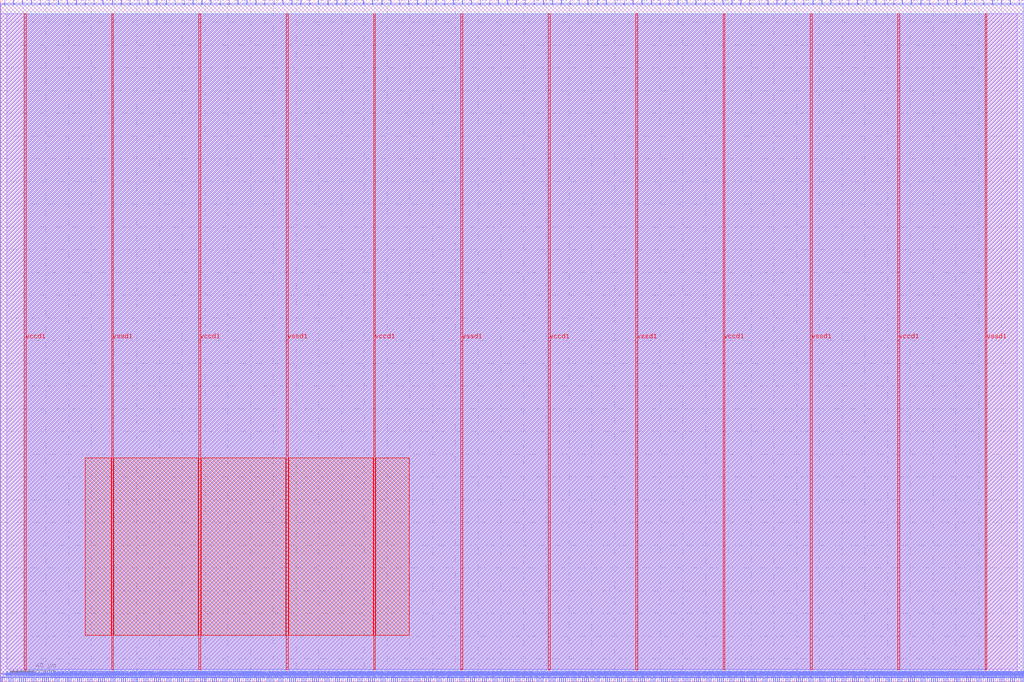
<source format=lef>
VERSION 5.7 ;
  NOWIREEXTENSIONATPIN ON ;
  DIVIDERCHAR "/" ;
  BUSBITCHARS "[]" ;
MACRO user_proj_example
  CLASS BLOCK ;
  FOREIGN user_proj_example ;
  ORIGIN 0.000 0.000 ;
  SIZE 900.000 BY 600.000 ;
  PIN io_in[0]
    DIRECTION INPUT ;
    USE SIGNAL ;
    PORT
      LAYER met2 ;
        RECT 3.770 596.000 4.050 600.000 ;
    END
  END io_in[0]
  PIN io_in[10]
    DIRECTION INPUT ;
    USE SIGNAL ;
    PORT
      LAYER met2 ;
        RECT 240.670 596.000 240.950 600.000 ;
    END
  END io_in[10]
  PIN io_in[11]
    DIRECTION INPUT ;
    USE SIGNAL ;
    PORT
      LAYER met2 ;
        RECT 264.130 596.000 264.410 600.000 ;
    END
  END io_in[11]
  PIN io_in[12]
    DIRECTION INPUT ;
    USE SIGNAL ;
    PORT
      LAYER met2 ;
        RECT 288.050 596.000 288.330 600.000 ;
    END
  END io_in[12]
  PIN io_in[13]
    DIRECTION INPUT ;
    USE SIGNAL ;
    PORT
      LAYER met2 ;
        RECT 311.510 596.000 311.790 600.000 ;
    END
  END io_in[13]
  PIN io_in[14]
    DIRECTION INPUT ;
    USE SIGNAL ;
    PORT
      LAYER met2 ;
        RECT 335.430 596.000 335.710 600.000 ;
    END
  END io_in[14]
  PIN io_in[15]
    DIRECTION INPUT ;
    USE SIGNAL ;
    PORT
      LAYER met2 ;
        RECT 358.890 596.000 359.170 600.000 ;
    END
  END io_in[15]
  PIN io_in[16]
    DIRECTION INPUT ;
    USE SIGNAL ;
    PORT
      LAYER met2 ;
        RECT 382.810 596.000 383.090 600.000 ;
    END
  END io_in[16]
  PIN io_in[17]
    DIRECTION INPUT ;
    USE SIGNAL ;
    PORT
      LAYER met2 ;
        RECT 406.270 596.000 406.550 600.000 ;
    END
  END io_in[17]
  PIN io_in[18]
    DIRECTION INPUT ;
    USE SIGNAL ;
    PORT
      LAYER met2 ;
        RECT 430.190 596.000 430.470 600.000 ;
    END
  END io_in[18]
  PIN io_in[19]
    DIRECTION INPUT ;
    USE SIGNAL ;
    PORT
      LAYER met2 ;
        RECT 453.650 596.000 453.930 600.000 ;
    END
  END io_in[19]
  PIN io_in[1]
    DIRECTION INPUT ;
    USE SIGNAL ;
    PORT
      LAYER met2 ;
        RECT 27.230 596.000 27.510 600.000 ;
    END
  END io_in[1]
  PIN io_in[20]
    DIRECTION INPUT ;
    USE SIGNAL ;
    PORT
      LAYER met2 ;
        RECT 477.570 596.000 477.850 600.000 ;
    END
  END io_in[20]
  PIN io_in[21]
    DIRECTION INPUT ;
    USE SIGNAL ;
    PORT
      LAYER met2 ;
        RECT 501.030 596.000 501.310 600.000 ;
    END
  END io_in[21]
  PIN io_in[22]
    DIRECTION INPUT ;
    USE SIGNAL ;
    PORT
      LAYER met2 ;
        RECT 524.950 596.000 525.230 600.000 ;
    END
  END io_in[22]
  PIN io_in[23]
    DIRECTION INPUT ;
    USE SIGNAL ;
    PORT
      LAYER met2 ;
        RECT 548.410 596.000 548.690 600.000 ;
    END
  END io_in[23]
  PIN io_in[24]
    DIRECTION INPUT ;
    USE SIGNAL ;
    PORT
      LAYER met2 ;
        RECT 572.330 596.000 572.610 600.000 ;
    END
  END io_in[24]
  PIN io_in[25]
    DIRECTION INPUT ;
    USE SIGNAL ;
    PORT
      LAYER met2 ;
        RECT 595.790 596.000 596.070 600.000 ;
    END
  END io_in[25]
  PIN io_in[26]
    DIRECTION INPUT ;
    USE SIGNAL ;
    PORT
      LAYER met2 ;
        RECT 619.710 596.000 619.990 600.000 ;
    END
  END io_in[26]
  PIN io_in[27]
    DIRECTION INPUT ;
    USE SIGNAL ;
    PORT
      LAYER met2 ;
        RECT 643.170 596.000 643.450 600.000 ;
    END
  END io_in[27]
  PIN io_in[28]
    DIRECTION INPUT ;
    USE SIGNAL ;
    PORT
      LAYER met2 ;
        RECT 667.090 596.000 667.370 600.000 ;
    END
  END io_in[28]
  PIN io_in[29]
    DIRECTION INPUT ;
    USE SIGNAL ;
    PORT
      LAYER met2 ;
        RECT 690.550 596.000 690.830 600.000 ;
    END
  END io_in[29]
  PIN io_in[2]
    DIRECTION INPUT ;
    USE SIGNAL ;
    PORT
      LAYER met2 ;
        RECT 51.150 596.000 51.430 600.000 ;
    END
  END io_in[2]
  PIN io_in[30]
    DIRECTION INPUT ;
    USE SIGNAL ;
    PORT
      LAYER met2 ;
        RECT 714.470 596.000 714.750 600.000 ;
    END
  END io_in[30]
  PIN io_in[31]
    DIRECTION INPUT ;
    USE SIGNAL ;
    PORT
      LAYER met2 ;
        RECT 737.930 596.000 738.210 600.000 ;
    END
  END io_in[31]
  PIN io_in[32]
    DIRECTION INPUT ;
    USE SIGNAL ;
    PORT
      LAYER met2 ;
        RECT 761.850 596.000 762.130 600.000 ;
    END
  END io_in[32]
  PIN io_in[33]
    DIRECTION INPUT ;
    USE SIGNAL ;
    PORT
      LAYER met2 ;
        RECT 785.310 596.000 785.590 600.000 ;
    END
  END io_in[33]
  PIN io_in[34]
    DIRECTION INPUT ;
    USE SIGNAL ;
    PORT
      LAYER met2 ;
        RECT 809.230 596.000 809.510 600.000 ;
    END
  END io_in[34]
  PIN io_in[35]
    DIRECTION INPUT ;
    USE SIGNAL ;
    PORT
      LAYER met2 ;
        RECT 832.690 596.000 832.970 600.000 ;
    END
  END io_in[35]
  PIN io_in[36]
    DIRECTION INPUT ;
    USE SIGNAL ;
    PORT
      LAYER met2 ;
        RECT 856.610 596.000 856.890 600.000 ;
    END
  END io_in[36]
  PIN io_in[37]
    DIRECTION INPUT ;
    USE SIGNAL ;
    PORT
      LAYER met2 ;
        RECT 880.070 596.000 880.350 600.000 ;
    END
  END io_in[37]
  PIN io_in[3]
    DIRECTION INPUT ;
    USE SIGNAL ;
    PORT
      LAYER met2 ;
        RECT 74.610 596.000 74.890 600.000 ;
    END
  END io_in[3]
  PIN io_in[4]
    DIRECTION INPUT ;
    USE SIGNAL ;
    PORT
      LAYER met2 ;
        RECT 98.530 596.000 98.810 600.000 ;
    END
  END io_in[4]
  PIN io_in[5]
    DIRECTION INPUT ;
    USE SIGNAL ;
    PORT
      LAYER met2 ;
        RECT 121.990 596.000 122.270 600.000 ;
    END
  END io_in[5]
  PIN io_in[6]
    DIRECTION INPUT ;
    USE SIGNAL ;
    PORT
      LAYER met2 ;
        RECT 145.910 596.000 146.190 600.000 ;
    END
  END io_in[6]
  PIN io_in[7]
    DIRECTION INPUT ;
    USE SIGNAL ;
    PORT
      LAYER met2 ;
        RECT 169.370 596.000 169.650 600.000 ;
    END
  END io_in[7]
  PIN io_in[8]
    DIRECTION INPUT ;
    USE SIGNAL ;
    PORT
      LAYER met2 ;
        RECT 193.290 596.000 193.570 600.000 ;
    END
  END io_in[8]
  PIN io_in[9]
    DIRECTION INPUT ;
    USE SIGNAL ;
    PORT
      LAYER met2 ;
        RECT 216.750 596.000 217.030 600.000 ;
    END
  END io_in[9]
  PIN io_oeb[0]
    DIRECTION OUTPUT TRISTATE ;
    USE SIGNAL ;
    PORT
      LAYER met2 ;
        RECT 11.590 596.000 11.870 600.000 ;
    END
  END io_oeb[0]
  PIN io_oeb[10]
    DIRECTION OUTPUT TRISTATE ;
    USE SIGNAL ;
    PORT
      LAYER met2 ;
        RECT 248.490 596.000 248.770 600.000 ;
    END
  END io_oeb[10]
  PIN io_oeb[11]
    DIRECTION OUTPUT TRISTATE ;
    USE SIGNAL ;
    PORT
      LAYER met2 ;
        RECT 271.950 596.000 272.230 600.000 ;
    END
  END io_oeb[11]
  PIN io_oeb[12]
    DIRECTION OUTPUT TRISTATE ;
    USE SIGNAL ;
    PORT
      LAYER met2 ;
        RECT 295.870 596.000 296.150 600.000 ;
    END
  END io_oeb[12]
  PIN io_oeb[13]
    DIRECTION OUTPUT TRISTATE ;
    USE SIGNAL ;
    PORT
      LAYER met2 ;
        RECT 319.330 596.000 319.610 600.000 ;
    END
  END io_oeb[13]
  PIN io_oeb[14]
    DIRECTION OUTPUT TRISTATE ;
    USE SIGNAL ;
    PORT
      LAYER met2 ;
        RECT 343.250 596.000 343.530 600.000 ;
    END
  END io_oeb[14]
  PIN io_oeb[15]
    DIRECTION OUTPUT TRISTATE ;
    USE SIGNAL ;
    PORT
      LAYER met2 ;
        RECT 366.710 596.000 366.990 600.000 ;
    END
  END io_oeb[15]
  PIN io_oeb[16]
    DIRECTION OUTPUT TRISTATE ;
    USE SIGNAL ;
    PORT
      LAYER met2 ;
        RECT 390.630 596.000 390.910 600.000 ;
    END
  END io_oeb[16]
  PIN io_oeb[17]
    DIRECTION OUTPUT TRISTATE ;
    USE SIGNAL ;
    PORT
      LAYER met2 ;
        RECT 414.090 596.000 414.370 600.000 ;
    END
  END io_oeb[17]
  PIN io_oeb[18]
    DIRECTION OUTPUT TRISTATE ;
    USE SIGNAL ;
    PORT
      LAYER met2 ;
        RECT 438.010 596.000 438.290 600.000 ;
    END
  END io_oeb[18]
  PIN io_oeb[19]
    DIRECTION OUTPUT TRISTATE ;
    USE SIGNAL ;
    PORT
      LAYER met2 ;
        RECT 461.470 596.000 461.750 600.000 ;
    END
  END io_oeb[19]
  PIN io_oeb[1]
    DIRECTION OUTPUT TRISTATE ;
    USE SIGNAL ;
    PORT
      LAYER met2 ;
        RECT 35.050 596.000 35.330 600.000 ;
    END
  END io_oeb[1]
  PIN io_oeb[20]
    DIRECTION OUTPUT TRISTATE ;
    USE SIGNAL ;
    PORT
      LAYER met2 ;
        RECT 485.390 596.000 485.670 600.000 ;
    END
  END io_oeb[20]
  PIN io_oeb[21]
    DIRECTION OUTPUT TRISTATE ;
    USE SIGNAL ;
    PORT
      LAYER met2 ;
        RECT 508.850 596.000 509.130 600.000 ;
    END
  END io_oeb[21]
  PIN io_oeb[22]
    DIRECTION OUTPUT TRISTATE ;
    USE SIGNAL ;
    PORT
      LAYER met2 ;
        RECT 532.770 596.000 533.050 600.000 ;
    END
  END io_oeb[22]
  PIN io_oeb[23]
    DIRECTION OUTPUT TRISTATE ;
    USE SIGNAL ;
    PORT
      LAYER met2 ;
        RECT 556.230 596.000 556.510 600.000 ;
    END
  END io_oeb[23]
  PIN io_oeb[24]
    DIRECTION OUTPUT TRISTATE ;
    USE SIGNAL ;
    PORT
      LAYER met2 ;
        RECT 580.150 596.000 580.430 600.000 ;
    END
  END io_oeb[24]
  PIN io_oeb[25]
    DIRECTION OUTPUT TRISTATE ;
    USE SIGNAL ;
    PORT
      LAYER met2 ;
        RECT 603.610 596.000 603.890 600.000 ;
    END
  END io_oeb[25]
  PIN io_oeb[26]
    DIRECTION OUTPUT TRISTATE ;
    USE SIGNAL ;
    PORT
      LAYER met2 ;
        RECT 627.530 596.000 627.810 600.000 ;
    END
  END io_oeb[26]
  PIN io_oeb[27]
    DIRECTION OUTPUT TRISTATE ;
    USE SIGNAL ;
    PORT
      LAYER met2 ;
        RECT 650.990 596.000 651.270 600.000 ;
    END
  END io_oeb[27]
  PIN io_oeb[28]
    DIRECTION OUTPUT TRISTATE ;
    USE SIGNAL ;
    PORT
      LAYER met2 ;
        RECT 674.910 596.000 675.190 600.000 ;
    END
  END io_oeb[28]
  PIN io_oeb[29]
    DIRECTION OUTPUT TRISTATE ;
    USE SIGNAL ;
    PORT
      LAYER met2 ;
        RECT 698.370 596.000 698.650 600.000 ;
    END
  END io_oeb[29]
  PIN io_oeb[2]
    DIRECTION OUTPUT TRISTATE ;
    USE SIGNAL ;
    PORT
      LAYER met2 ;
        RECT 58.970 596.000 59.250 600.000 ;
    END
  END io_oeb[2]
  PIN io_oeb[30]
    DIRECTION OUTPUT TRISTATE ;
    USE SIGNAL ;
    PORT
      LAYER met2 ;
        RECT 722.290 596.000 722.570 600.000 ;
    END
  END io_oeb[30]
  PIN io_oeb[31]
    DIRECTION OUTPUT TRISTATE ;
    USE SIGNAL ;
    PORT
      LAYER met2 ;
        RECT 745.750 596.000 746.030 600.000 ;
    END
  END io_oeb[31]
  PIN io_oeb[32]
    DIRECTION OUTPUT TRISTATE ;
    USE SIGNAL ;
    PORT
      LAYER met2 ;
        RECT 769.670 596.000 769.950 600.000 ;
    END
  END io_oeb[32]
  PIN io_oeb[33]
    DIRECTION OUTPUT TRISTATE ;
    USE SIGNAL ;
    PORT
      LAYER met2 ;
        RECT 793.130 596.000 793.410 600.000 ;
    END
  END io_oeb[33]
  PIN io_oeb[34]
    DIRECTION OUTPUT TRISTATE ;
    USE SIGNAL ;
    PORT
      LAYER met2 ;
        RECT 817.050 596.000 817.330 600.000 ;
    END
  END io_oeb[34]
  PIN io_oeb[35]
    DIRECTION OUTPUT TRISTATE ;
    USE SIGNAL ;
    PORT
      LAYER met2 ;
        RECT 840.510 596.000 840.790 600.000 ;
    END
  END io_oeb[35]
  PIN io_oeb[36]
    DIRECTION OUTPUT TRISTATE ;
    USE SIGNAL ;
    PORT
      LAYER met2 ;
        RECT 864.430 596.000 864.710 600.000 ;
    END
  END io_oeb[36]
  PIN io_oeb[37]
    DIRECTION OUTPUT TRISTATE ;
    USE SIGNAL ;
    PORT
      LAYER met2 ;
        RECT 887.890 596.000 888.170 600.000 ;
    END
  END io_oeb[37]
  PIN io_oeb[3]
    DIRECTION OUTPUT TRISTATE ;
    USE SIGNAL ;
    PORT
      LAYER met2 ;
        RECT 82.430 596.000 82.710 600.000 ;
    END
  END io_oeb[3]
  PIN io_oeb[4]
    DIRECTION OUTPUT TRISTATE ;
    USE SIGNAL ;
    PORT
      LAYER met2 ;
        RECT 106.350 596.000 106.630 600.000 ;
    END
  END io_oeb[4]
  PIN io_oeb[5]
    DIRECTION OUTPUT TRISTATE ;
    USE SIGNAL ;
    PORT
      LAYER met2 ;
        RECT 129.810 596.000 130.090 600.000 ;
    END
  END io_oeb[5]
  PIN io_oeb[6]
    DIRECTION OUTPUT TRISTATE ;
    USE SIGNAL ;
    PORT
      LAYER met2 ;
        RECT 153.730 596.000 154.010 600.000 ;
    END
  END io_oeb[6]
  PIN io_oeb[7]
    DIRECTION OUTPUT TRISTATE ;
    USE SIGNAL ;
    PORT
      LAYER met2 ;
        RECT 177.190 596.000 177.470 600.000 ;
    END
  END io_oeb[7]
  PIN io_oeb[8]
    DIRECTION OUTPUT TRISTATE ;
    USE SIGNAL ;
    PORT
      LAYER met2 ;
        RECT 201.110 596.000 201.390 600.000 ;
    END
  END io_oeb[8]
  PIN io_oeb[9]
    DIRECTION OUTPUT TRISTATE ;
    USE SIGNAL ;
    PORT
      LAYER met2 ;
        RECT 224.570 596.000 224.850 600.000 ;
    END
  END io_oeb[9]
  PIN io_out[0]
    DIRECTION OUTPUT TRISTATE ;
    USE SIGNAL ;
    PORT
      LAYER met2 ;
        RECT 19.410 596.000 19.690 600.000 ;
    END
  END io_out[0]
  PIN io_out[10]
    DIRECTION OUTPUT TRISTATE ;
    USE SIGNAL ;
    PORT
      LAYER met2 ;
        RECT 256.310 596.000 256.590 600.000 ;
    END
  END io_out[10]
  PIN io_out[11]
    DIRECTION OUTPUT TRISTATE ;
    USE SIGNAL ;
    PORT
      LAYER met2 ;
        RECT 279.770 596.000 280.050 600.000 ;
    END
  END io_out[11]
  PIN io_out[12]
    DIRECTION OUTPUT TRISTATE ;
    USE SIGNAL ;
    PORT
      LAYER met2 ;
        RECT 303.690 596.000 303.970 600.000 ;
    END
  END io_out[12]
  PIN io_out[13]
    DIRECTION OUTPUT TRISTATE ;
    USE SIGNAL ;
    PORT
      LAYER met2 ;
        RECT 327.150 596.000 327.430 600.000 ;
    END
  END io_out[13]
  PIN io_out[14]
    DIRECTION OUTPUT TRISTATE ;
    USE SIGNAL ;
    PORT
      LAYER met2 ;
        RECT 351.070 596.000 351.350 600.000 ;
    END
  END io_out[14]
  PIN io_out[15]
    DIRECTION OUTPUT TRISTATE ;
    USE SIGNAL ;
    PORT
      LAYER met2 ;
        RECT 374.530 596.000 374.810 600.000 ;
    END
  END io_out[15]
  PIN io_out[16]
    DIRECTION OUTPUT TRISTATE ;
    USE SIGNAL ;
    PORT
      LAYER met2 ;
        RECT 398.450 596.000 398.730 600.000 ;
    END
  END io_out[16]
  PIN io_out[17]
    DIRECTION OUTPUT TRISTATE ;
    USE SIGNAL ;
    PORT
      LAYER met2 ;
        RECT 421.910 596.000 422.190 600.000 ;
    END
  END io_out[17]
  PIN io_out[18]
    DIRECTION OUTPUT TRISTATE ;
    USE SIGNAL ;
    PORT
      LAYER met2 ;
        RECT 445.830 596.000 446.110 600.000 ;
    END
  END io_out[18]
  PIN io_out[19]
    DIRECTION OUTPUT TRISTATE ;
    USE SIGNAL ;
    PORT
      LAYER met2 ;
        RECT 469.290 596.000 469.570 600.000 ;
    END
  END io_out[19]
  PIN io_out[1]
    DIRECTION OUTPUT TRISTATE ;
    USE SIGNAL ;
    PORT
      LAYER met2 ;
        RECT 42.870 596.000 43.150 600.000 ;
    END
  END io_out[1]
  PIN io_out[20]
    DIRECTION OUTPUT TRISTATE ;
    USE SIGNAL ;
    PORT
      LAYER met2 ;
        RECT 493.210 596.000 493.490 600.000 ;
    END
  END io_out[20]
  PIN io_out[21]
    DIRECTION OUTPUT TRISTATE ;
    USE SIGNAL ;
    PORT
      LAYER met2 ;
        RECT 516.670 596.000 516.950 600.000 ;
    END
  END io_out[21]
  PIN io_out[22]
    DIRECTION OUTPUT TRISTATE ;
    USE SIGNAL ;
    PORT
      LAYER met2 ;
        RECT 540.590 596.000 540.870 600.000 ;
    END
  END io_out[22]
  PIN io_out[23]
    DIRECTION OUTPUT TRISTATE ;
    USE SIGNAL ;
    PORT
      LAYER met2 ;
        RECT 564.050 596.000 564.330 600.000 ;
    END
  END io_out[23]
  PIN io_out[24]
    DIRECTION OUTPUT TRISTATE ;
    USE SIGNAL ;
    PORT
      LAYER met2 ;
        RECT 587.970 596.000 588.250 600.000 ;
    END
  END io_out[24]
  PIN io_out[25]
    DIRECTION OUTPUT TRISTATE ;
    USE SIGNAL ;
    PORT
      LAYER met2 ;
        RECT 611.430 596.000 611.710 600.000 ;
    END
  END io_out[25]
  PIN io_out[26]
    DIRECTION OUTPUT TRISTATE ;
    USE SIGNAL ;
    PORT
      LAYER met2 ;
        RECT 635.350 596.000 635.630 600.000 ;
    END
  END io_out[26]
  PIN io_out[27]
    DIRECTION OUTPUT TRISTATE ;
    USE SIGNAL ;
    PORT
      LAYER met2 ;
        RECT 658.810 596.000 659.090 600.000 ;
    END
  END io_out[27]
  PIN io_out[28]
    DIRECTION OUTPUT TRISTATE ;
    USE SIGNAL ;
    PORT
      LAYER met2 ;
        RECT 682.730 596.000 683.010 600.000 ;
    END
  END io_out[28]
  PIN io_out[29]
    DIRECTION OUTPUT TRISTATE ;
    USE SIGNAL ;
    PORT
      LAYER met2 ;
        RECT 706.190 596.000 706.470 600.000 ;
    END
  END io_out[29]
  PIN io_out[2]
    DIRECTION OUTPUT TRISTATE ;
    USE SIGNAL ;
    PORT
      LAYER met2 ;
        RECT 66.790 596.000 67.070 600.000 ;
    END
  END io_out[2]
  PIN io_out[30]
    DIRECTION OUTPUT TRISTATE ;
    USE SIGNAL ;
    PORT
      LAYER met2 ;
        RECT 730.110 596.000 730.390 600.000 ;
    END
  END io_out[30]
  PIN io_out[31]
    DIRECTION OUTPUT TRISTATE ;
    USE SIGNAL ;
    PORT
      LAYER met2 ;
        RECT 753.570 596.000 753.850 600.000 ;
    END
  END io_out[31]
  PIN io_out[32]
    DIRECTION OUTPUT TRISTATE ;
    USE SIGNAL ;
    PORT
      LAYER met2 ;
        RECT 777.490 596.000 777.770 600.000 ;
    END
  END io_out[32]
  PIN io_out[33]
    DIRECTION OUTPUT TRISTATE ;
    USE SIGNAL ;
    PORT
      LAYER met2 ;
        RECT 800.950 596.000 801.230 600.000 ;
    END
  END io_out[33]
  PIN io_out[34]
    DIRECTION OUTPUT TRISTATE ;
    USE SIGNAL ;
    PORT
      LAYER met2 ;
        RECT 824.870 596.000 825.150 600.000 ;
    END
  END io_out[34]
  PIN io_out[35]
    DIRECTION OUTPUT TRISTATE ;
    USE SIGNAL ;
    PORT
      LAYER met2 ;
        RECT 848.330 596.000 848.610 600.000 ;
    END
  END io_out[35]
  PIN io_out[36]
    DIRECTION OUTPUT TRISTATE ;
    USE SIGNAL ;
    PORT
      LAYER met2 ;
        RECT 872.250 596.000 872.530 600.000 ;
    END
  END io_out[36]
  PIN io_out[37]
    DIRECTION OUTPUT TRISTATE ;
    USE SIGNAL ;
    PORT
      LAYER met2 ;
        RECT 895.710 596.000 895.990 600.000 ;
    END
  END io_out[37]
  PIN io_out[3]
    DIRECTION OUTPUT TRISTATE ;
    USE SIGNAL ;
    PORT
      LAYER met2 ;
        RECT 90.250 596.000 90.530 600.000 ;
    END
  END io_out[3]
  PIN io_out[4]
    DIRECTION OUTPUT TRISTATE ;
    USE SIGNAL ;
    PORT
      LAYER met2 ;
        RECT 114.170 596.000 114.450 600.000 ;
    END
  END io_out[4]
  PIN io_out[5]
    DIRECTION OUTPUT TRISTATE ;
    USE SIGNAL ;
    PORT
      LAYER met2 ;
        RECT 137.630 596.000 137.910 600.000 ;
    END
  END io_out[5]
  PIN io_out[6]
    DIRECTION OUTPUT TRISTATE ;
    USE SIGNAL ;
    PORT
      LAYER met2 ;
        RECT 161.550 596.000 161.830 600.000 ;
    END
  END io_out[6]
  PIN io_out[7]
    DIRECTION OUTPUT TRISTATE ;
    USE SIGNAL ;
    PORT
      LAYER met2 ;
        RECT 185.010 596.000 185.290 600.000 ;
    END
  END io_out[7]
  PIN io_out[8]
    DIRECTION OUTPUT TRISTATE ;
    USE SIGNAL ;
    PORT
      LAYER met2 ;
        RECT 208.930 596.000 209.210 600.000 ;
    END
  END io_out[8]
  PIN io_out[9]
    DIRECTION OUTPUT TRISTATE ;
    USE SIGNAL ;
    PORT
      LAYER met2 ;
        RECT 232.390 596.000 232.670 600.000 ;
    END
  END io_out[9]
  PIN irq[0]
    DIRECTION OUTPUT TRISTATE ;
    USE SIGNAL ;
    PORT
      LAYER met2 ;
        RECT 895.250 0.000 895.530 4.000 ;
    END
  END irq[0]
  PIN irq[1]
    DIRECTION OUTPUT TRISTATE ;
    USE SIGNAL ;
    PORT
      LAYER met2 ;
        RECT 897.090 0.000 897.370 4.000 ;
    END
  END irq[1]
  PIN irq[2]
    DIRECTION OUTPUT TRISTATE ;
    USE SIGNAL ;
    PORT
      LAYER met2 ;
        RECT 898.930 0.000 899.210 4.000 ;
    END
  END irq[2]
  PIN la_data_in[0]
    DIRECTION INPUT ;
    USE SIGNAL ;
    PORT
      LAYER met2 ;
        RECT 193.750 0.000 194.030 4.000 ;
    END
  END la_data_in[0]
  PIN la_data_in[100]
    DIRECTION INPUT ;
    USE SIGNAL ;
    PORT
      LAYER met2 ;
        RECT 741.610 0.000 741.890 4.000 ;
    END
  END la_data_in[100]
  PIN la_data_in[101]
    DIRECTION INPUT ;
    USE SIGNAL ;
    PORT
      LAYER met2 ;
        RECT 747.130 0.000 747.410 4.000 ;
    END
  END la_data_in[101]
  PIN la_data_in[102]
    DIRECTION INPUT ;
    USE SIGNAL ;
    PORT
      LAYER met2 ;
        RECT 752.650 0.000 752.930 4.000 ;
    END
  END la_data_in[102]
  PIN la_data_in[103]
    DIRECTION INPUT ;
    USE SIGNAL ;
    PORT
      LAYER met2 ;
        RECT 758.170 0.000 758.450 4.000 ;
    END
  END la_data_in[103]
  PIN la_data_in[104]
    DIRECTION INPUT ;
    USE SIGNAL ;
    PORT
      LAYER met2 ;
        RECT 763.690 0.000 763.970 4.000 ;
    END
  END la_data_in[104]
  PIN la_data_in[105]
    DIRECTION INPUT ;
    USE SIGNAL ;
    PORT
      LAYER met2 ;
        RECT 769.210 0.000 769.490 4.000 ;
    END
  END la_data_in[105]
  PIN la_data_in[106]
    DIRECTION INPUT ;
    USE SIGNAL ;
    PORT
      LAYER met2 ;
        RECT 774.730 0.000 775.010 4.000 ;
    END
  END la_data_in[106]
  PIN la_data_in[107]
    DIRECTION INPUT ;
    USE SIGNAL ;
    PORT
      LAYER met2 ;
        RECT 780.250 0.000 780.530 4.000 ;
    END
  END la_data_in[107]
  PIN la_data_in[108]
    DIRECTION INPUT ;
    USE SIGNAL ;
    PORT
      LAYER met2 ;
        RECT 785.310 0.000 785.590 4.000 ;
    END
  END la_data_in[108]
  PIN la_data_in[109]
    DIRECTION INPUT ;
    USE SIGNAL ;
    PORT
      LAYER met2 ;
        RECT 790.830 0.000 791.110 4.000 ;
    END
  END la_data_in[109]
  PIN la_data_in[10]
    DIRECTION INPUT ;
    USE SIGNAL ;
    PORT
      LAYER met2 ;
        RECT 248.490 0.000 248.770 4.000 ;
    END
  END la_data_in[10]
  PIN la_data_in[110]
    DIRECTION INPUT ;
    USE SIGNAL ;
    PORT
      LAYER met2 ;
        RECT 796.350 0.000 796.630 4.000 ;
    END
  END la_data_in[110]
  PIN la_data_in[111]
    DIRECTION INPUT ;
    USE SIGNAL ;
    PORT
      LAYER met2 ;
        RECT 801.870 0.000 802.150 4.000 ;
    END
  END la_data_in[111]
  PIN la_data_in[112]
    DIRECTION INPUT ;
    USE SIGNAL ;
    PORT
      LAYER met2 ;
        RECT 807.390 0.000 807.670 4.000 ;
    END
  END la_data_in[112]
  PIN la_data_in[113]
    DIRECTION INPUT ;
    USE SIGNAL ;
    PORT
      LAYER met2 ;
        RECT 812.910 0.000 813.190 4.000 ;
    END
  END la_data_in[113]
  PIN la_data_in[114]
    DIRECTION INPUT ;
    USE SIGNAL ;
    PORT
      LAYER met2 ;
        RECT 818.430 0.000 818.710 4.000 ;
    END
  END la_data_in[114]
  PIN la_data_in[115]
    DIRECTION INPUT ;
    USE SIGNAL ;
    PORT
      LAYER met2 ;
        RECT 823.950 0.000 824.230 4.000 ;
    END
  END la_data_in[115]
  PIN la_data_in[116]
    DIRECTION INPUT ;
    USE SIGNAL ;
    PORT
      LAYER met2 ;
        RECT 829.470 0.000 829.750 4.000 ;
    END
  END la_data_in[116]
  PIN la_data_in[117]
    DIRECTION INPUT ;
    USE SIGNAL ;
    PORT
      LAYER met2 ;
        RECT 834.990 0.000 835.270 4.000 ;
    END
  END la_data_in[117]
  PIN la_data_in[118]
    DIRECTION INPUT ;
    USE SIGNAL ;
    PORT
      LAYER met2 ;
        RECT 840.510 0.000 840.790 4.000 ;
    END
  END la_data_in[118]
  PIN la_data_in[119]
    DIRECTION INPUT ;
    USE SIGNAL ;
    PORT
      LAYER met2 ;
        RECT 845.570 0.000 845.850 4.000 ;
    END
  END la_data_in[119]
  PIN la_data_in[11]
    DIRECTION INPUT ;
    USE SIGNAL ;
    PORT
      LAYER met2 ;
        RECT 254.010 0.000 254.290 4.000 ;
    END
  END la_data_in[11]
  PIN la_data_in[120]
    DIRECTION INPUT ;
    USE SIGNAL ;
    PORT
      LAYER met2 ;
        RECT 851.090 0.000 851.370 4.000 ;
    END
  END la_data_in[120]
  PIN la_data_in[121]
    DIRECTION INPUT ;
    USE SIGNAL ;
    PORT
      LAYER met2 ;
        RECT 856.610 0.000 856.890 4.000 ;
    END
  END la_data_in[121]
  PIN la_data_in[122]
    DIRECTION INPUT ;
    USE SIGNAL ;
    PORT
      LAYER met2 ;
        RECT 862.130 0.000 862.410 4.000 ;
    END
  END la_data_in[122]
  PIN la_data_in[123]
    DIRECTION INPUT ;
    USE SIGNAL ;
    PORT
      LAYER met2 ;
        RECT 867.650 0.000 867.930 4.000 ;
    END
  END la_data_in[123]
  PIN la_data_in[124]
    DIRECTION INPUT ;
    USE SIGNAL ;
    PORT
      LAYER met2 ;
        RECT 873.170 0.000 873.450 4.000 ;
    END
  END la_data_in[124]
  PIN la_data_in[125]
    DIRECTION INPUT ;
    USE SIGNAL ;
    PORT
      LAYER met2 ;
        RECT 878.690 0.000 878.970 4.000 ;
    END
  END la_data_in[125]
  PIN la_data_in[126]
    DIRECTION INPUT ;
    USE SIGNAL ;
    PORT
      LAYER met2 ;
        RECT 884.210 0.000 884.490 4.000 ;
    END
  END la_data_in[126]
  PIN la_data_in[127]
    DIRECTION INPUT ;
    USE SIGNAL ;
    PORT
      LAYER met2 ;
        RECT 889.730 0.000 890.010 4.000 ;
    END
  END la_data_in[127]
  PIN la_data_in[12]
    DIRECTION INPUT ;
    USE SIGNAL ;
    PORT
      LAYER met2 ;
        RECT 259.530 0.000 259.810 4.000 ;
    END
  END la_data_in[12]
  PIN la_data_in[13]
    DIRECTION INPUT ;
    USE SIGNAL ;
    PORT
      LAYER met2 ;
        RECT 265.050 0.000 265.330 4.000 ;
    END
  END la_data_in[13]
  PIN la_data_in[14]
    DIRECTION INPUT ;
    USE SIGNAL ;
    PORT
      LAYER met2 ;
        RECT 270.570 0.000 270.850 4.000 ;
    END
  END la_data_in[14]
  PIN la_data_in[15]
    DIRECTION INPUT ;
    USE SIGNAL ;
    PORT
      LAYER met2 ;
        RECT 276.090 0.000 276.370 4.000 ;
    END
  END la_data_in[15]
  PIN la_data_in[16]
    DIRECTION INPUT ;
    USE SIGNAL ;
    PORT
      LAYER met2 ;
        RECT 281.610 0.000 281.890 4.000 ;
    END
  END la_data_in[16]
  PIN la_data_in[17]
    DIRECTION INPUT ;
    USE SIGNAL ;
    PORT
      LAYER met2 ;
        RECT 287.130 0.000 287.410 4.000 ;
    END
  END la_data_in[17]
  PIN la_data_in[18]
    DIRECTION INPUT ;
    USE SIGNAL ;
    PORT
      LAYER met2 ;
        RECT 292.650 0.000 292.930 4.000 ;
    END
  END la_data_in[18]
  PIN la_data_in[19]
    DIRECTION INPUT ;
    USE SIGNAL ;
    PORT
      LAYER met2 ;
        RECT 298.170 0.000 298.450 4.000 ;
    END
  END la_data_in[19]
  PIN la_data_in[1]
    DIRECTION INPUT ;
    USE SIGNAL ;
    PORT
      LAYER met2 ;
        RECT 199.270 0.000 199.550 4.000 ;
    END
  END la_data_in[1]
  PIN la_data_in[20]
    DIRECTION INPUT ;
    USE SIGNAL ;
    PORT
      LAYER met2 ;
        RECT 303.230 0.000 303.510 4.000 ;
    END
  END la_data_in[20]
  PIN la_data_in[21]
    DIRECTION INPUT ;
    USE SIGNAL ;
    PORT
      LAYER met2 ;
        RECT 308.750 0.000 309.030 4.000 ;
    END
  END la_data_in[21]
  PIN la_data_in[22]
    DIRECTION INPUT ;
    USE SIGNAL ;
    PORT
      LAYER met2 ;
        RECT 314.270 0.000 314.550 4.000 ;
    END
  END la_data_in[22]
  PIN la_data_in[23]
    DIRECTION INPUT ;
    USE SIGNAL ;
    PORT
      LAYER met2 ;
        RECT 319.790 0.000 320.070 4.000 ;
    END
  END la_data_in[23]
  PIN la_data_in[24]
    DIRECTION INPUT ;
    USE SIGNAL ;
    PORT
      LAYER met2 ;
        RECT 325.310 0.000 325.590 4.000 ;
    END
  END la_data_in[24]
  PIN la_data_in[25]
    DIRECTION INPUT ;
    USE SIGNAL ;
    PORT
      LAYER met2 ;
        RECT 330.830 0.000 331.110 4.000 ;
    END
  END la_data_in[25]
  PIN la_data_in[26]
    DIRECTION INPUT ;
    USE SIGNAL ;
    PORT
      LAYER met2 ;
        RECT 336.350 0.000 336.630 4.000 ;
    END
  END la_data_in[26]
  PIN la_data_in[27]
    DIRECTION INPUT ;
    USE SIGNAL ;
    PORT
      LAYER met2 ;
        RECT 341.870 0.000 342.150 4.000 ;
    END
  END la_data_in[27]
  PIN la_data_in[28]
    DIRECTION INPUT ;
    USE SIGNAL ;
    PORT
      LAYER met2 ;
        RECT 347.390 0.000 347.670 4.000 ;
    END
  END la_data_in[28]
  PIN la_data_in[29]
    DIRECTION INPUT ;
    USE SIGNAL ;
    PORT
      LAYER met2 ;
        RECT 352.910 0.000 353.190 4.000 ;
    END
  END la_data_in[29]
  PIN la_data_in[2]
    DIRECTION INPUT ;
    USE SIGNAL ;
    PORT
      LAYER met2 ;
        RECT 204.790 0.000 205.070 4.000 ;
    END
  END la_data_in[2]
  PIN la_data_in[30]
    DIRECTION INPUT ;
    USE SIGNAL ;
    PORT
      LAYER met2 ;
        RECT 358.430 0.000 358.710 4.000 ;
    END
  END la_data_in[30]
  PIN la_data_in[31]
    DIRECTION INPUT ;
    USE SIGNAL ;
    PORT
      LAYER met2 ;
        RECT 363.490 0.000 363.770 4.000 ;
    END
  END la_data_in[31]
  PIN la_data_in[32]
    DIRECTION INPUT ;
    USE SIGNAL ;
    PORT
      LAYER met2 ;
        RECT 369.010 0.000 369.290 4.000 ;
    END
  END la_data_in[32]
  PIN la_data_in[33]
    DIRECTION INPUT ;
    USE SIGNAL ;
    PORT
      LAYER met2 ;
        RECT 374.530 0.000 374.810 4.000 ;
    END
  END la_data_in[33]
  PIN la_data_in[34]
    DIRECTION INPUT ;
    USE SIGNAL ;
    PORT
      LAYER met2 ;
        RECT 380.050 0.000 380.330 4.000 ;
    END
  END la_data_in[34]
  PIN la_data_in[35]
    DIRECTION INPUT ;
    USE SIGNAL ;
    PORT
      LAYER met2 ;
        RECT 385.570 0.000 385.850 4.000 ;
    END
  END la_data_in[35]
  PIN la_data_in[36]
    DIRECTION INPUT ;
    USE SIGNAL ;
    PORT
      LAYER met2 ;
        RECT 391.090 0.000 391.370 4.000 ;
    END
  END la_data_in[36]
  PIN la_data_in[37]
    DIRECTION INPUT ;
    USE SIGNAL ;
    PORT
      LAYER met2 ;
        RECT 396.610 0.000 396.890 4.000 ;
    END
  END la_data_in[37]
  PIN la_data_in[38]
    DIRECTION INPUT ;
    USE SIGNAL ;
    PORT
      LAYER met2 ;
        RECT 402.130 0.000 402.410 4.000 ;
    END
  END la_data_in[38]
  PIN la_data_in[39]
    DIRECTION INPUT ;
    USE SIGNAL ;
    PORT
      LAYER met2 ;
        RECT 407.650 0.000 407.930 4.000 ;
    END
  END la_data_in[39]
  PIN la_data_in[3]
    DIRECTION INPUT ;
    USE SIGNAL ;
    PORT
      LAYER met2 ;
        RECT 210.310 0.000 210.590 4.000 ;
    END
  END la_data_in[3]
  PIN la_data_in[40]
    DIRECTION INPUT ;
    USE SIGNAL ;
    PORT
      LAYER met2 ;
        RECT 413.170 0.000 413.450 4.000 ;
    END
  END la_data_in[40]
  PIN la_data_in[41]
    DIRECTION INPUT ;
    USE SIGNAL ;
    PORT
      LAYER met2 ;
        RECT 418.690 0.000 418.970 4.000 ;
    END
  END la_data_in[41]
  PIN la_data_in[42]
    DIRECTION INPUT ;
    USE SIGNAL ;
    PORT
      LAYER met2 ;
        RECT 423.750 0.000 424.030 4.000 ;
    END
  END la_data_in[42]
  PIN la_data_in[43]
    DIRECTION INPUT ;
    USE SIGNAL ;
    PORT
      LAYER met2 ;
        RECT 429.270 0.000 429.550 4.000 ;
    END
  END la_data_in[43]
  PIN la_data_in[44]
    DIRECTION INPUT ;
    USE SIGNAL ;
    PORT
      LAYER met2 ;
        RECT 434.790 0.000 435.070 4.000 ;
    END
  END la_data_in[44]
  PIN la_data_in[45]
    DIRECTION INPUT ;
    USE SIGNAL ;
    PORT
      LAYER met2 ;
        RECT 440.310 0.000 440.590 4.000 ;
    END
  END la_data_in[45]
  PIN la_data_in[46]
    DIRECTION INPUT ;
    USE SIGNAL ;
    PORT
      LAYER met2 ;
        RECT 445.830 0.000 446.110 4.000 ;
    END
  END la_data_in[46]
  PIN la_data_in[47]
    DIRECTION INPUT ;
    USE SIGNAL ;
    PORT
      LAYER met2 ;
        RECT 451.350 0.000 451.630 4.000 ;
    END
  END la_data_in[47]
  PIN la_data_in[48]
    DIRECTION INPUT ;
    USE SIGNAL ;
    PORT
      LAYER met2 ;
        RECT 456.870 0.000 457.150 4.000 ;
    END
  END la_data_in[48]
  PIN la_data_in[49]
    DIRECTION INPUT ;
    USE SIGNAL ;
    PORT
      LAYER met2 ;
        RECT 462.390 0.000 462.670 4.000 ;
    END
  END la_data_in[49]
  PIN la_data_in[4]
    DIRECTION INPUT ;
    USE SIGNAL ;
    PORT
      LAYER met2 ;
        RECT 215.830 0.000 216.110 4.000 ;
    END
  END la_data_in[4]
  PIN la_data_in[50]
    DIRECTION INPUT ;
    USE SIGNAL ;
    PORT
      LAYER met2 ;
        RECT 467.910 0.000 468.190 4.000 ;
    END
  END la_data_in[50]
  PIN la_data_in[51]
    DIRECTION INPUT ;
    USE SIGNAL ;
    PORT
      LAYER met2 ;
        RECT 473.430 0.000 473.710 4.000 ;
    END
  END la_data_in[51]
  PIN la_data_in[52]
    DIRECTION INPUT ;
    USE SIGNAL ;
    PORT
      LAYER met2 ;
        RECT 478.950 0.000 479.230 4.000 ;
    END
  END la_data_in[52]
  PIN la_data_in[53]
    DIRECTION INPUT ;
    USE SIGNAL ;
    PORT
      LAYER met2 ;
        RECT 484.010 0.000 484.290 4.000 ;
    END
  END la_data_in[53]
  PIN la_data_in[54]
    DIRECTION INPUT ;
    USE SIGNAL ;
    PORT
      LAYER met2 ;
        RECT 489.530 0.000 489.810 4.000 ;
    END
  END la_data_in[54]
  PIN la_data_in[55]
    DIRECTION INPUT ;
    USE SIGNAL ;
    PORT
      LAYER met2 ;
        RECT 495.050 0.000 495.330 4.000 ;
    END
  END la_data_in[55]
  PIN la_data_in[56]
    DIRECTION INPUT ;
    USE SIGNAL ;
    PORT
      LAYER met2 ;
        RECT 500.570 0.000 500.850 4.000 ;
    END
  END la_data_in[56]
  PIN la_data_in[57]
    DIRECTION INPUT ;
    USE SIGNAL ;
    PORT
      LAYER met2 ;
        RECT 506.090 0.000 506.370 4.000 ;
    END
  END la_data_in[57]
  PIN la_data_in[58]
    DIRECTION INPUT ;
    USE SIGNAL ;
    PORT
      LAYER met2 ;
        RECT 511.610 0.000 511.890 4.000 ;
    END
  END la_data_in[58]
  PIN la_data_in[59]
    DIRECTION INPUT ;
    USE SIGNAL ;
    PORT
      LAYER met2 ;
        RECT 517.130 0.000 517.410 4.000 ;
    END
  END la_data_in[59]
  PIN la_data_in[5]
    DIRECTION INPUT ;
    USE SIGNAL ;
    PORT
      LAYER met2 ;
        RECT 221.350 0.000 221.630 4.000 ;
    END
  END la_data_in[5]
  PIN la_data_in[60]
    DIRECTION INPUT ;
    USE SIGNAL ;
    PORT
      LAYER met2 ;
        RECT 522.650 0.000 522.930 4.000 ;
    END
  END la_data_in[60]
  PIN la_data_in[61]
    DIRECTION INPUT ;
    USE SIGNAL ;
    PORT
      LAYER met2 ;
        RECT 528.170 0.000 528.450 4.000 ;
    END
  END la_data_in[61]
  PIN la_data_in[62]
    DIRECTION INPUT ;
    USE SIGNAL ;
    PORT
      LAYER met2 ;
        RECT 533.690 0.000 533.970 4.000 ;
    END
  END la_data_in[62]
  PIN la_data_in[63]
    DIRECTION INPUT ;
    USE SIGNAL ;
    PORT
      LAYER met2 ;
        RECT 539.210 0.000 539.490 4.000 ;
    END
  END la_data_in[63]
  PIN la_data_in[64]
    DIRECTION INPUT ;
    USE SIGNAL ;
    PORT
      LAYER met2 ;
        RECT 544.270 0.000 544.550 4.000 ;
    END
  END la_data_in[64]
  PIN la_data_in[65]
    DIRECTION INPUT ;
    USE SIGNAL ;
    PORT
      LAYER met2 ;
        RECT 549.790 0.000 550.070 4.000 ;
    END
  END la_data_in[65]
  PIN la_data_in[66]
    DIRECTION INPUT ;
    USE SIGNAL ;
    PORT
      LAYER met2 ;
        RECT 555.310 0.000 555.590 4.000 ;
    END
  END la_data_in[66]
  PIN la_data_in[67]
    DIRECTION INPUT ;
    USE SIGNAL ;
    PORT
      LAYER met2 ;
        RECT 560.830 0.000 561.110 4.000 ;
    END
  END la_data_in[67]
  PIN la_data_in[68]
    DIRECTION INPUT ;
    USE SIGNAL ;
    PORT
      LAYER met2 ;
        RECT 566.350 0.000 566.630 4.000 ;
    END
  END la_data_in[68]
  PIN la_data_in[69]
    DIRECTION INPUT ;
    USE SIGNAL ;
    PORT
      LAYER met2 ;
        RECT 571.870 0.000 572.150 4.000 ;
    END
  END la_data_in[69]
  PIN la_data_in[6]
    DIRECTION INPUT ;
    USE SIGNAL ;
    PORT
      LAYER met2 ;
        RECT 226.870 0.000 227.150 4.000 ;
    END
  END la_data_in[6]
  PIN la_data_in[70]
    DIRECTION INPUT ;
    USE SIGNAL ;
    PORT
      LAYER met2 ;
        RECT 577.390 0.000 577.670 4.000 ;
    END
  END la_data_in[70]
  PIN la_data_in[71]
    DIRECTION INPUT ;
    USE SIGNAL ;
    PORT
      LAYER met2 ;
        RECT 582.910 0.000 583.190 4.000 ;
    END
  END la_data_in[71]
  PIN la_data_in[72]
    DIRECTION INPUT ;
    USE SIGNAL ;
    PORT
      LAYER met2 ;
        RECT 588.430 0.000 588.710 4.000 ;
    END
  END la_data_in[72]
  PIN la_data_in[73]
    DIRECTION INPUT ;
    USE SIGNAL ;
    PORT
      LAYER met2 ;
        RECT 593.950 0.000 594.230 4.000 ;
    END
  END la_data_in[73]
  PIN la_data_in[74]
    DIRECTION INPUT ;
    USE SIGNAL ;
    PORT
      LAYER met2 ;
        RECT 599.470 0.000 599.750 4.000 ;
    END
  END la_data_in[74]
  PIN la_data_in[75]
    DIRECTION INPUT ;
    USE SIGNAL ;
    PORT
      LAYER met2 ;
        RECT 604.530 0.000 604.810 4.000 ;
    END
  END la_data_in[75]
  PIN la_data_in[76]
    DIRECTION INPUT ;
    USE SIGNAL ;
    PORT
      LAYER met2 ;
        RECT 610.050 0.000 610.330 4.000 ;
    END
  END la_data_in[76]
  PIN la_data_in[77]
    DIRECTION INPUT ;
    USE SIGNAL ;
    PORT
      LAYER met2 ;
        RECT 615.570 0.000 615.850 4.000 ;
    END
  END la_data_in[77]
  PIN la_data_in[78]
    DIRECTION INPUT ;
    USE SIGNAL ;
    PORT
      LAYER met2 ;
        RECT 621.090 0.000 621.370 4.000 ;
    END
  END la_data_in[78]
  PIN la_data_in[79]
    DIRECTION INPUT ;
    USE SIGNAL ;
    PORT
      LAYER met2 ;
        RECT 626.610 0.000 626.890 4.000 ;
    END
  END la_data_in[79]
  PIN la_data_in[7]
    DIRECTION INPUT ;
    USE SIGNAL ;
    PORT
      LAYER met2 ;
        RECT 232.390 0.000 232.670 4.000 ;
    END
  END la_data_in[7]
  PIN la_data_in[80]
    DIRECTION INPUT ;
    USE SIGNAL ;
    PORT
      LAYER met2 ;
        RECT 632.130 0.000 632.410 4.000 ;
    END
  END la_data_in[80]
  PIN la_data_in[81]
    DIRECTION INPUT ;
    USE SIGNAL ;
    PORT
      LAYER met2 ;
        RECT 637.650 0.000 637.930 4.000 ;
    END
  END la_data_in[81]
  PIN la_data_in[82]
    DIRECTION INPUT ;
    USE SIGNAL ;
    PORT
      LAYER met2 ;
        RECT 643.170 0.000 643.450 4.000 ;
    END
  END la_data_in[82]
  PIN la_data_in[83]
    DIRECTION INPUT ;
    USE SIGNAL ;
    PORT
      LAYER met2 ;
        RECT 648.690 0.000 648.970 4.000 ;
    END
  END la_data_in[83]
  PIN la_data_in[84]
    DIRECTION INPUT ;
    USE SIGNAL ;
    PORT
      LAYER met2 ;
        RECT 654.210 0.000 654.490 4.000 ;
    END
  END la_data_in[84]
  PIN la_data_in[85]
    DIRECTION INPUT ;
    USE SIGNAL ;
    PORT
      LAYER met2 ;
        RECT 659.730 0.000 660.010 4.000 ;
    END
  END la_data_in[85]
  PIN la_data_in[86]
    DIRECTION INPUT ;
    USE SIGNAL ;
    PORT
      LAYER met2 ;
        RECT 664.790 0.000 665.070 4.000 ;
    END
  END la_data_in[86]
  PIN la_data_in[87]
    DIRECTION INPUT ;
    USE SIGNAL ;
    PORT
      LAYER met2 ;
        RECT 670.310 0.000 670.590 4.000 ;
    END
  END la_data_in[87]
  PIN la_data_in[88]
    DIRECTION INPUT ;
    USE SIGNAL ;
    PORT
      LAYER met2 ;
        RECT 675.830 0.000 676.110 4.000 ;
    END
  END la_data_in[88]
  PIN la_data_in[89]
    DIRECTION INPUT ;
    USE SIGNAL ;
    PORT
      LAYER met2 ;
        RECT 681.350 0.000 681.630 4.000 ;
    END
  END la_data_in[89]
  PIN la_data_in[8]
    DIRECTION INPUT ;
    USE SIGNAL ;
    PORT
      LAYER met2 ;
        RECT 237.910 0.000 238.190 4.000 ;
    END
  END la_data_in[8]
  PIN la_data_in[90]
    DIRECTION INPUT ;
    USE SIGNAL ;
    PORT
      LAYER met2 ;
        RECT 686.870 0.000 687.150 4.000 ;
    END
  END la_data_in[90]
  PIN la_data_in[91]
    DIRECTION INPUT ;
    USE SIGNAL ;
    PORT
      LAYER met2 ;
        RECT 692.390 0.000 692.670 4.000 ;
    END
  END la_data_in[91]
  PIN la_data_in[92]
    DIRECTION INPUT ;
    USE SIGNAL ;
    PORT
      LAYER met2 ;
        RECT 697.910 0.000 698.190 4.000 ;
    END
  END la_data_in[92]
  PIN la_data_in[93]
    DIRECTION INPUT ;
    USE SIGNAL ;
    PORT
      LAYER met2 ;
        RECT 703.430 0.000 703.710 4.000 ;
    END
  END la_data_in[93]
  PIN la_data_in[94]
    DIRECTION INPUT ;
    USE SIGNAL ;
    PORT
      LAYER met2 ;
        RECT 708.950 0.000 709.230 4.000 ;
    END
  END la_data_in[94]
  PIN la_data_in[95]
    DIRECTION INPUT ;
    USE SIGNAL ;
    PORT
      LAYER met2 ;
        RECT 714.470 0.000 714.750 4.000 ;
    END
  END la_data_in[95]
  PIN la_data_in[96]
    DIRECTION INPUT ;
    USE SIGNAL ;
    PORT
      LAYER met2 ;
        RECT 719.990 0.000 720.270 4.000 ;
    END
  END la_data_in[96]
  PIN la_data_in[97]
    DIRECTION INPUT ;
    USE SIGNAL ;
    PORT
      LAYER met2 ;
        RECT 725.050 0.000 725.330 4.000 ;
    END
  END la_data_in[97]
  PIN la_data_in[98]
    DIRECTION INPUT ;
    USE SIGNAL ;
    PORT
      LAYER met2 ;
        RECT 730.570 0.000 730.850 4.000 ;
    END
  END la_data_in[98]
  PIN la_data_in[99]
    DIRECTION INPUT ;
    USE SIGNAL ;
    PORT
      LAYER met2 ;
        RECT 736.090 0.000 736.370 4.000 ;
    END
  END la_data_in[99]
  PIN la_data_in[9]
    DIRECTION INPUT ;
    USE SIGNAL ;
    PORT
      LAYER met2 ;
        RECT 242.970 0.000 243.250 4.000 ;
    END
  END la_data_in[9]
  PIN la_data_out[0]
    DIRECTION OUTPUT TRISTATE ;
    USE SIGNAL ;
    PORT
      LAYER met2 ;
        RECT 195.590 0.000 195.870 4.000 ;
    END
  END la_data_out[0]
  PIN la_data_out[100]
    DIRECTION OUTPUT TRISTATE ;
    USE SIGNAL ;
    PORT
      LAYER met2 ;
        RECT 743.450 0.000 743.730 4.000 ;
    END
  END la_data_out[100]
  PIN la_data_out[101]
    DIRECTION OUTPUT TRISTATE ;
    USE SIGNAL ;
    PORT
      LAYER met2 ;
        RECT 748.970 0.000 749.250 4.000 ;
    END
  END la_data_out[101]
  PIN la_data_out[102]
    DIRECTION OUTPUT TRISTATE ;
    USE SIGNAL ;
    PORT
      LAYER met2 ;
        RECT 754.490 0.000 754.770 4.000 ;
    END
  END la_data_out[102]
  PIN la_data_out[103]
    DIRECTION OUTPUT TRISTATE ;
    USE SIGNAL ;
    PORT
      LAYER met2 ;
        RECT 760.010 0.000 760.290 4.000 ;
    END
  END la_data_out[103]
  PIN la_data_out[104]
    DIRECTION OUTPUT TRISTATE ;
    USE SIGNAL ;
    PORT
      LAYER met2 ;
        RECT 765.530 0.000 765.810 4.000 ;
    END
  END la_data_out[104]
  PIN la_data_out[105]
    DIRECTION OUTPUT TRISTATE ;
    USE SIGNAL ;
    PORT
      LAYER met2 ;
        RECT 771.050 0.000 771.330 4.000 ;
    END
  END la_data_out[105]
  PIN la_data_out[106]
    DIRECTION OUTPUT TRISTATE ;
    USE SIGNAL ;
    PORT
      LAYER met2 ;
        RECT 776.570 0.000 776.850 4.000 ;
    END
  END la_data_out[106]
  PIN la_data_out[107]
    DIRECTION OUTPUT TRISTATE ;
    USE SIGNAL ;
    PORT
      LAYER met2 ;
        RECT 781.630 0.000 781.910 4.000 ;
    END
  END la_data_out[107]
  PIN la_data_out[108]
    DIRECTION OUTPUT TRISTATE ;
    USE SIGNAL ;
    PORT
      LAYER met2 ;
        RECT 787.150 0.000 787.430 4.000 ;
    END
  END la_data_out[108]
  PIN la_data_out[109]
    DIRECTION OUTPUT TRISTATE ;
    USE SIGNAL ;
    PORT
      LAYER met2 ;
        RECT 792.670 0.000 792.950 4.000 ;
    END
  END la_data_out[109]
  PIN la_data_out[10]
    DIRECTION OUTPUT TRISTATE ;
    USE SIGNAL ;
    PORT
      LAYER met2 ;
        RECT 250.330 0.000 250.610 4.000 ;
    END
  END la_data_out[10]
  PIN la_data_out[110]
    DIRECTION OUTPUT TRISTATE ;
    USE SIGNAL ;
    PORT
      LAYER met2 ;
        RECT 798.190 0.000 798.470 4.000 ;
    END
  END la_data_out[110]
  PIN la_data_out[111]
    DIRECTION OUTPUT TRISTATE ;
    USE SIGNAL ;
    PORT
      LAYER met2 ;
        RECT 803.710 0.000 803.990 4.000 ;
    END
  END la_data_out[111]
  PIN la_data_out[112]
    DIRECTION OUTPUT TRISTATE ;
    USE SIGNAL ;
    PORT
      LAYER met2 ;
        RECT 809.230 0.000 809.510 4.000 ;
    END
  END la_data_out[112]
  PIN la_data_out[113]
    DIRECTION OUTPUT TRISTATE ;
    USE SIGNAL ;
    PORT
      LAYER met2 ;
        RECT 814.750 0.000 815.030 4.000 ;
    END
  END la_data_out[113]
  PIN la_data_out[114]
    DIRECTION OUTPUT TRISTATE ;
    USE SIGNAL ;
    PORT
      LAYER met2 ;
        RECT 820.270 0.000 820.550 4.000 ;
    END
  END la_data_out[114]
  PIN la_data_out[115]
    DIRECTION OUTPUT TRISTATE ;
    USE SIGNAL ;
    PORT
      LAYER met2 ;
        RECT 825.790 0.000 826.070 4.000 ;
    END
  END la_data_out[115]
  PIN la_data_out[116]
    DIRECTION OUTPUT TRISTATE ;
    USE SIGNAL ;
    PORT
      LAYER met2 ;
        RECT 831.310 0.000 831.590 4.000 ;
    END
  END la_data_out[116]
  PIN la_data_out[117]
    DIRECTION OUTPUT TRISTATE ;
    USE SIGNAL ;
    PORT
      LAYER met2 ;
        RECT 836.830 0.000 837.110 4.000 ;
    END
  END la_data_out[117]
  PIN la_data_out[118]
    DIRECTION OUTPUT TRISTATE ;
    USE SIGNAL ;
    PORT
      LAYER met2 ;
        RECT 841.890 0.000 842.170 4.000 ;
    END
  END la_data_out[118]
  PIN la_data_out[119]
    DIRECTION OUTPUT TRISTATE ;
    USE SIGNAL ;
    PORT
      LAYER met2 ;
        RECT 847.410 0.000 847.690 4.000 ;
    END
  END la_data_out[119]
  PIN la_data_out[11]
    DIRECTION OUTPUT TRISTATE ;
    USE SIGNAL ;
    PORT
      LAYER met2 ;
        RECT 255.850 0.000 256.130 4.000 ;
    END
  END la_data_out[11]
  PIN la_data_out[120]
    DIRECTION OUTPUT TRISTATE ;
    USE SIGNAL ;
    PORT
      LAYER met2 ;
        RECT 852.930 0.000 853.210 4.000 ;
    END
  END la_data_out[120]
  PIN la_data_out[121]
    DIRECTION OUTPUT TRISTATE ;
    USE SIGNAL ;
    PORT
      LAYER met2 ;
        RECT 858.450 0.000 858.730 4.000 ;
    END
  END la_data_out[121]
  PIN la_data_out[122]
    DIRECTION OUTPUT TRISTATE ;
    USE SIGNAL ;
    PORT
      LAYER met2 ;
        RECT 863.970 0.000 864.250 4.000 ;
    END
  END la_data_out[122]
  PIN la_data_out[123]
    DIRECTION OUTPUT TRISTATE ;
    USE SIGNAL ;
    PORT
      LAYER met2 ;
        RECT 869.490 0.000 869.770 4.000 ;
    END
  END la_data_out[123]
  PIN la_data_out[124]
    DIRECTION OUTPUT TRISTATE ;
    USE SIGNAL ;
    PORT
      LAYER met2 ;
        RECT 875.010 0.000 875.290 4.000 ;
    END
  END la_data_out[124]
  PIN la_data_out[125]
    DIRECTION OUTPUT TRISTATE ;
    USE SIGNAL ;
    PORT
      LAYER met2 ;
        RECT 880.530 0.000 880.810 4.000 ;
    END
  END la_data_out[125]
  PIN la_data_out[126]
    DIRECTION OUTPUT TRISTATE ;
    USE SIGNAL ;
    PORT
      LAYER met2 ;
        RECT 886.050 0.000 886.330 4.000 ;
    END
  END la_data_out[126]
  PIN la_data_out[127]
    DIRECTION OUTPUT TRISTATE ;
    USE SIGNAL ;
    PORT
      LAYER met2 ;
        RECT 891.570 0.000 891.850 4.000 ;
    END
  END la_data_out[127]
  PIN la_data_out[12]
    DIRECTION OUTPUT TRISTATE ;
    USE SIGNAL ;
    PORT
      LAYER met2 ;
        RECT 261.370 0.000 261.650 4.000 ;
    END
  END la_data_out[12]
  PIN la_data_out[13]
    DIRECTION OUTPUT TRISTATE ;
    USE SIGNAL ;
    PORT
      LAYER met2 ;
        RECT 266.890 0.000 267.170 4.000 ;
    END
  END la_data_out[13]
  PIN la_data_out[14]
    DIRECTION OUTPUT TRISTATE ;
    USE SIGNAL ;
    PORT
      LAYER met2 ;
        RECT 272.410 0.000 272.690 4.000 ;
    END
  END la_data_out[14]
  PIN la_data_out[15]
    DIRECTION OUTPUT TRISTATE ;
    USE SIGNAL ;
    PORT
      LAYER met2 ;
        RECT 277.930 0.000 278.210 4.000 ;
    END
  END la_data_out[15]
  PIN la_data_out[16]
    DIRECTION OUTPUT TRISTATE ;
    USE SIGNAL ;
    PORT
      LAYER met2 ;
        RECT 283.450 0.000 283.730 4.000 ;
    END
  END la_data_out[16]
  PIN la_data_out[17]
    DIRECTION OUTPUT TRISTATE ;
    USE SIGNAL ;
    PORT
      LAYER met2 ;
        RECT 288.970 0.000 289.250 4.000 ;
    END
  END la_data_out[17]
  PIN la_data_out[18]
    DIRECTION OUTPUT TRISTATE ;
    USE SIGNAL ;
    PORT
      LAYER met2 ;
        RECT 294.490 0.000 294.770 4.000 ;
    END
  END la_data_out[18]
  PIN la_data_out[19]
    DIRECTION OUTPUT TRISTATE ;
    USE SIGNAL ;
    PORT
      LAYER met2 ;
        RECT 300.010 0.000 300.290 4.000 ;
    END
  END la_data_out[19]
  PIN la_data_out[1]
    DIRECTION OUTPUT TRISTATE ;
    USE SIGNAL ;
    PORT
      LAYER met2 ;
        RECT 201.110 0.000 201.390 4.000 ;
    END
  END la_data_out[1]
  PIN la_data_out[20]
    DIRECTION OUTPUT TRISTATE ;
    USE SIGNAL ;
    PORT
      LAYER met2 ;
        RECT 305.070 0.000 305.350 4.000 ;
    END
  END la_data_out[20]
  PIN la_data_out[21]
    DIRECTION OUTPUT TRISTATE ;
    USE SIGNAL ;
    PORT
      LAYER met2 ;
        RECT 310.590 0.000 310.870 4.000 ;
    END
  END la_data_out[21]
  PIN la_data_out[22]
    DIRECTION OUTPUT TRISTATE ;
    USE SIGNAL ;
    PORT
      LAYER met2 ;
        RECT 316.110 0.000 316.390 4.000 ;
    END
  END la_data_out[22]
  PIN la_data_out[23]
    DIRECTION OUTPUT TRISTATE ;
    USE SIGNAL ;
    PORT
      LAYER met2 ;
        RECT 321.630 0.000 321.910 4.000 ;
    END
  END la_data_out[23]
  PIN la_data_out[24]
    DIRECTION OUTPUT TRISTATE ;
    USE SIGNAL ;
    PORT
      LAYER met2 ;
        RECT 327.150 0.000 327.430 4.000 ;
    END
  END la_data_out[24]
  PIN la_data_out[25]
    DIRECTION OUTPUT TRISTATE ;
    USE SIGNAL ;
    PORT
      LAYER met2 ;
        RECT 332.670 0.000 332.950 4.000 ;
    END
  END la_data_out[25]
  PIN la_data_out[26]
    DIRECTION OUTPUT TRISTATE ;
    USE SIGNAL ;
    PORT
      LAYER met2 ;
        RECT 338.190 0.000 338.470 4.000 ;
    END
  END la_data_out[26]
  PIN la_data_out[27]
    DIRECTION OUTPUT TRISTATE ;
    USE SIGNAL ;
    PORT
      LAYER met2 ;
        RECT 343.710 0.000 343.990 4.000 ;
    END
  END la_data_out[27]
  PIN la_data_out[28]
    DIRECTION OUTPUT TRISTATE ;
    USE SIGNAL ;
    PORT
      LAYER met2 ;
        RECT 349.230 0.000 349.510 4.000 ;
    END
  END la_data_out[28]
  PIN la_data_out[29]
    DIRECTION OUTPUT TRISTATE ;
    USE SIGNAL ;
    PORT
      LAYER met2 ;
        RECT 354.750 0.000 355.030 4.000 ;
    END
  END la_data_out[29]
  PIN la_data_out[2]
    DIRECTION OUTPUT TRISTATE ;
    USE SIGNAL ;
    PORT
      LAYER met2 ;
        RECT 206.630 0.000 206.910 4.000 ;
    END
  END la_data_out[2]
  PIN la_data_out[30]
    DIRECTION OUTPUT TRISTATE ;
    USE SIGNAL ;
    PORT
      LAYER met2 ;
        RECT 360.270 0.000 360.550 4.000 ;
    END
  END la_data_out[30]
  PIN la_data_out[31]
    DIRECTION OUTPUT TRISTATE ;
    USE SIGNAL ;
    PORT
      LAYER met2 ;
        RECT 365.330 0.000 365.610 4.000 ;
    END
  END la_data_out[31]
  PIN la_data_out[32]
    DIRECTION OUTPUT TRISTATE ;
    USE SIGNAL ;
    PORT
      LAYER met2 ;
        RECT 370.850 0.000 371.130 4.000 ;
    END
  END la_data_out[32]
  PIN la_data_out[33]
    DIRECTION OUTPUT TRISTATE ;
    USE SIGNAL ;
    PORT
      LAYER met2 ;
        RECT 376.370 0.000 376.650 4.000 ;
    END
  END la_data_out[33]
  PIN la_data_out[34]
    DIRECTION OUTPUT TRISTATE ;
    USE SIGNAL ;
    PORT
      LAYER met2 ;
        RECT 381.890 0.000 382.170 4.000 ;
    END
  END la_data_out[34]
  PIN la_data_out[35]
    DIRECTION OUTPUT TRISTATE ;
    USE SIGNAL ;
    PORT
      LAYER met2 ;
        RECT 387.410 0.000 387.690 4.000 ;
    END
  END la_data_out[35]
  PIN la_data_out[36]
    DIRECTION OUTPUT TRISTATE ;
    USE SIGNAL ;
    PORT
      LAYER met2 ;
        RECT 392.930 0.000 393.210 4.000 ;
    END
  END la_data_out[36]
  PIN la_data_out[37]
    DIRECTION OUTPUT TRISTATE ;
    USE SIGNAL ;
    PORT
      LAYER met2 ;
        RECT 398.450 0.000 398.730 4.000 ;
    END
  END la_data_out[37]
  PIN la_data_out[38]
    DIRECTION OUTPUT TRISTATE ;
    USE SIGNAL ;
    PORT
      LAYER met2 ;
        RECT 403.970 0.000 404.250 4.000 ;
    END
  END la_data_out[38]
  PIN la_data_out[39]
    DIRECTION OUTPUT TRISTATE ;
    USE SIGNAL ;
    PORT
      LAYER met2 ;
        RECT 409.490 0.000 409.770 4.000 ;
    END
  END la_data_out[39]
  PIN la_data_out[3]
    DIRECTION OUTPUT TRISTATE ;
    USE SIGNAL ;
    PORT
      LAYER met2 ;
        RECT 212.150 0.000 212.430 4.000 ;
    END
  END la_data_out[3]
  PIN la_data_out[40]
    DIRECTION OUTPUT TRISTATE ;
    USE SIGNAL ;
    PORT
      LAYER met2 ;
        RECT 415.010 0.000 415.290 4.000 ;
    END
  END la_data_out[40]
  PIN la_data_out[41]
    DIRECTION OUTPUT TRISTATE ;
    USE SIGNAL ;
    PORT
      LAYER met2 ;
        RECT 420.530 0.000 420.810 4.000 ;
    END
  END la_data_out[41]
  PIN la_data_out[42]
    DIRECTION OUTPUT TRISTATE ;
    USE SIGNAL ;
    PORT
      LAYER met2 ;
        RECT 425.590 0.000 425.870 4.000 ;
    END
  END la_data_out[42]
  PIN la_data_out[43]
    DIRECTION OUTPUT TRISTATE ;
    USE SIGNAL ;
    PORT
      LAYER met2 ;
        RECT 431.110 0.000 431.390 4.000 ;
    END
  END la_data_out[43]
  PIN la_data_out[44]
    DIRECTION OUTPUT TRISTATE ;
    USE SIGNAL ;
    PORT
      LAYER met2 ;
        RECT 436.630 0.000 436.910 4.000 ;
    END
  END la_data_out[44]
  PIN la_data_out[45]
    DIRECTION OUTPUT TRISTATE ;
    USE SIGNAL ;
    PORT
      LAYER met2 ;
        RECT 442.150 0.000 442.430 4.000 ;
    END
  END la_data_out[45]
  PIN la_data_out[46]
    DIRECTION OUTPUT TRISTATE ;
    USE SIGNAL ;
    PORT
      LAYER met2 ;
        RECT 447.670 0.000 447.950 4.000 ;
    END
  END la_data_out[46]
  PIN la_data_out[47]
    DIRECTION OUTPUT TRISTATE ;
    USE SIGNAL ;
    PORT
      LAYER met2 ;
        RECT 453.190 0.000 453.470 4.000 ;
    END
  END la_data_out[47]
  PIN la_data_out[48]
    DIRECTION OUTPUT TRISTATE ;
    USE SIGNAL ;
    PORT
      LAYER met2 ;
        RECT 458.710 0.000 458.990 4.000 ;
    END
  END la_data_out[48]
  PIN la_data_out[49]
    DIRECTION OUTPUT TRISTATE ;
    USE SIGNAL ;
    PORT
      LAYER met2 ;
        RECT 464.230 0.000 464.510 4.000 ;
    END
  END la_data_out[49]
  PIN la_data_out[4]
    DIRECTION OUTPUT TRISTATE ;
    USE SIGNAL ;
    PORT
      LAYER met2 ;
        RECT 217.670 0.000 217.950 4.000 ;
    END
  END la_data_out[4]
  PIN la_data_out[50]
    DIRECTION OUTPUT TRISTATE ;
    USE SIGNAL ;
    PORT
      LAYER met2 ;
        RECT 469.750 0.000 470.030 4.000 ;
    END
  END la_data_out[50]
  PIN la_data_out[51]
    DIRECTION OUTPUT TRISTATE ;
    USE SIGNAL ;
    PORT
      LAYER met2 ;
        RECT 475.270 0.000 475.550 4.000 ;
    END
  END la_data_out[51]
  PIN la_data_out[52]
    DIRECTION OUTPUT TRISTATE ;
    USE SIGNAL ;
    PORT
      LAYER met2 ;
        RECT 480.330 0.000 480.610 4.000 ;
    END
  END la_data_out[52]
  PIN la_data_out[53]
    DIRECTION OUTPUT TRISTATE ;
    USE SIGNAL ;
    PORT
      LAYER met2 ;
        RECT 485.850 0.000 486.130 4.000 ;
    END
  END la_data_out[53]
  PIN la_data_out[54]
    DIRECTION OUTPUT TRISTATE ;
    USE SIGNAL ;
    PORT
      LAYER met2 ;
        RECT 491.370 0.000 491.650 4.000 ;
    END
  END la_data_out[54]
  PIN la_data_out[55]
    DIRECTION OUTPUT TRISTATE ;
    USE SIGNAL ;
    PORT
      LAYER met2 ;
        RECT 496.890 0.000 497.170 4.000 ;
    END
  END la_data_out[55]
  PIN la_data_out[56]
    DIRECTION OUTPUT TRISTATE ;
    USE SIGNAL ;
    PORT
      LAYER met2 ;
        RECT 502.410 0.000 502.690 4.000 ;
    END
  END la_data_out[56]
  PIN la_data_out[57]
    DIRECTION OUTPUT TRISTATE ;
    USE SIGNAL ;
    PORT
      LAYER met2 ;
        RECT 507.930 0.000 508.210 4.000 ;
    END
  END la_data_out[57]
  PIN la_data_out[58]
    DIRECTION OUTPUT TRISTATE ;
    USE SIGNAL ;
    PORT
      LAYER met2 ;
        RECT 513.450 0.000 513.730 4.000 ;
    END
  END la_data_out[58]
  PIN la_data_out[59]
    DIRECTION OUTPUT TRISTATE ;
    USE SIGNAL ;
    PORT
      LAYER met2 ;
        RECT 518.970 0.000 519.250 4.000 ;
    END
  END la_data_out[59]
  PIN la_data_out[5]
    DIRECTION OUTPUT TRISTATE ;
    USE SIGNAL ;
    PORT
      LAYER met2 ;
        RECT 223.190 0.000 223.470 4.000 ;
    END
  END la_data_out[5]
  PIN la_data_out[60]
    DIRECTION OUTPUT TRISTATE ;
    USE SIGNAL ;
    PORT
      LAYER met2 ;
        RECT 524.490 0.000 524.770 4.000 ;
    END
  END la_data_out[60]
  PIN la_data_out[61]
    DIRECTION OUTPUT TRISTATE ;
    USE SIGNAL ;
    PORT
      LAYER met2 ;
        RECT 530.010 0.000 530.290 4.000 ;
    END
  END la_data_out[61]
  PIN la_data_out[62]
    DIRECTION OUTPUT TRISTATE ;
    USE SIGNAL ;
    PORT
      LAYER met2 ;
        RECT 535.530 0.000 535.810 4.000 ;
    END
  END la_data_out[62]
  PIN la_data_out[63]
    DIRECTION OUTPUT TRISTATE ;
    USE SIGNAL ;
    PORT
      LAYER met2 ;
        RECT 540.590 0.000 540.870 4.000 ;
    END
  END la_data_out[63]
  PIN la_data_out[64]
    DIRECTION OUTPUT TRISTATE ;
    USE SIGNAL ;
    PORT
      LAYER met2 ;
        RECT 546.110 0.000 546.390 4.000 ;
    END
  END la_data_out[64]
  PIN la_data_out[65]
    DIRECTION OUTPUT TRISTATE ;
    USE SIGNAL ;
    PORT
      LAYER met2 ;
        RECT 551.630 0.000 551.910 4.000 ;
    END
  END la_data_out[65]
  PIN la_data_out[66]
    DIRECTION OUTPUT TRISTATE ;
    USE SIGNAL ;
    PORT
      LAYER met2 ;
        RECT 557.150 0.000 557.430 4.000 ;
    END
  END la_data_out[66]
  PIN la_data_out[67]
    DIRECTION OUTPUT TRISTATE ;
    USE SIGNAL ;
    PORT
      LAYER met2 ;
        RECT 562.670 0.000 562.950 4.000 ;
    END
  END la_data_out[67]
  PIN la_data_out[68]
    DIRECTION OUTPUT TRISTATE ;
    USE SIGNAL ;
    PORT
      LAYER met2 ;
        RECT 568.190 0.000 568.470 4.000 ;
    END
  END la_data_out[68]
  PIN la_data_out[69]
    DIRECTION OUTPUT TRISTATE ;
    USE SIGNAL ;
    PORT
      LAYER met2 ;
        RECT 573.710 0.000 573.990 4.000 ;
    END
  END la_data_out[69]
  PIN la_data_out[6]
    DIRECTION OUTPUT TRISTATE ;
    USE SIGNAL ;
    PORT
      LAYER met2 ;
        RECT 228.710 0.000 228.990 4.000 ;
    END
  END la_data_out[6]
  PIN la_data_out[70]
    DIRECTION OUTPUT TRISTATE ;
    USE SIGNAL ;
    PORT
      LAYER met2 ;
        RECT 579.230 0.000 579.510 4.000 ;
    END
  END la_data_out[70]
  PIN la_data_out[71]
    DIRECTION OUTPUT TRISTATE ;
    USE SIGNAL ;
    PORT
      LAYER met2 ;
        RECT 584.750 0.000 585.030 4.000 ;
    END
  END la_data_out[71]
  PIN la_data_out[72]
    DIRECTION OUTPUT TRISTATE ;
    USE SIGNAL ;
    PORT
      LAYER met2 ;
        RECT 590.270 0.000 590.550 4.000 ;
    END
  END la_data_out[72]
  PIN la_data_out[73]
    DIRECTION OUTPUT TRISTATE ;
    USE SIGNAL ;
    PORT
      LAYER met2 ;
        RECT 595.790 0.000 596.070 4.000 ;
    END
  END la_data_out[73]
  PIN la_data_out[74]
    DIRECTION OUTPUT TRISTATE ;
    USE SIGNAL ;
    PORT
      LAYER met2 ;
        RECT 600.850 0.000 601.130 4.000 ;
    END
  END la_data_out[74]
  PIN la_data_out[75]
    DIRECTION OUTPUT TRISTATE ;
    USE SIGNAL ;
    PORT
      LAYER met2 ;
        RECT 606.370 0.000 606.650 4.000 ;
    END
  END la_data_out[75]
  PIN la_data_out[76]
    DIRECTION OUTPUT TRISTATE ;
    USE SIGNAL ;
    PORT
      LAYER met2 ;
        RECT 611.890 0.000 612.170 4.000 ;
    END
  END la_data_out[76]
  PIN la_data_out[77]
    DIRECTION OUTPUT TRISTATE ;
    USE SIGNAL ;
    PORT
      LAYER met2 ;
        RECT 617.410 0.000 617.690 4.000 ;
    END
  END la_data_out[77]
  PIN la_data_out[78]
    DIRECTION OUTPUT TRISTATE ;
    USE SIGNAL ;
    PORT
      LAYER met2 ;
        RECT 622.930 0.000 623.210 4.000 ;
    END
  END la_data_out[78]
  PIN la_data_out[79]
    DIRECTION OUTPUT TRISTATE ;
    USE SIGNAL ;
    PORT
      LAYER met2 ;
        RECT 628.450 0.000 628.730 4.000 ;
    END
  END la_data_out[79]
  PIN la_data_out[7]
    DIRECTION OUTPUT TRISTATE ;
    USE SIGNAL ;
    PORT
      LAYER met2 ;
        RECT 234.230 0.000 234.510 4.000 ;
    END
  END la_data_out[7]
  PIN la_data_out[80]
    DIRECTION OUTPUT TRISTATE ;
    USE SIGNAL ;
    PORT
      LAYER met2 ;
        RECT 633.970 0.000 634.250 4.000 ;
    END
  END la_data_out[80]
  PIN la_data_out[81]
    DIRECTION OUTPUT TRISTATE ;
    USE SIGNAL ;
    PORT
      LAYER met2 ;
        RECT 639.490 0.000 639.770 4.000 ;
    END
  END la_data_out[81]
  PIN la_data_out[82]
    DIRECTION OUTPUT TRISTATE ;
    USE SIGNAL ;
    PORT
      LAYER met2 ;
        RECT 645.010 0.000 645.290 4.000 ;
    END
  END la_data_out[82]
  PIN la_data_out[83]
    DIRECTION OUTPUT TRISTATE ;
    USE SIGNAL ;
    PORT
      LAYER met2 ;
        RECT 650.530 0.000 650.810 4.000 ;
    END
  END la_data_out[83]
  PIN la_data_out[84]
    DIRECTION OUTPUT TRISTATE ;
    USE SIGNAL ;
    PORT
      LAYER met2 ;
        RECT 656.050 0.000 656.330 4.000 ;
    END
  END la_data_out[84]
  PIN la_data_out[85]
    DIRECTION OUTPUT TRISTATE ;
    USE SIGNAL ;
    PORT
      LAYER met2 ;
        RECT 661.110 0.000 661.390 4.000 ;
    END
  END la_data_out[85]
  PIN la_data_out[86]
    DIRECTION OUTPUT TRISTATE ;
    USE SIGNAL ;
    PORT
      LAYER met2 ;
        RECT 666.630 0.000 666.910 4.000 ;
    END
  END la_data_out[86]
  PIN la_data_out[87]
    DIRECTION OUTPUT TRISTATE ;
    USE SIGNAL ;
    PORT
      LAYER met2 ;
        RECT 672.150 0.000 672.430 4.000 ;
    END
  END la_data_out[87]
  PIN la_data_out[88]
    DIRECTION OUTPUT TRISTATE ;
    USE SIGNAL ;
    PORT
      LAYER met2 ;
        RECT 677.670 0.000 677.950 4.000 ;
    END
  END la_data_out[88]
  PIN la_data_out[89]
    DIRECTION OUTPUT TRISTATE ;
    USE SIGNAL ;
    PORT
      LAYER met2 ;
        RECT 683.190 0.000 683.470 4.000 ;
    END
  END la_data_out[89]
  PIN la_data_out[8]
    DIRECTION OUTPUT TRISTATE ;
    USE SIGNAL ;
    PORT
      LAYER met2 ;
        RECT 239.750 0.000 240.030 4.000 ;
    END
  END la_data_out[8]
  PIN la_data_out[90]
    DIRECTION OUTPUT TRISTATE ;
    USE SIGNAL ;
    PORT
      LAYER met2 ;
        RECT 688.710 0.000 688.990 4.000 ;
    END
  END la_data_out[90]
  PIN la_data_out[91]
    DIRECTION OUTPUT TRISTATE ;
    USE SIGNAL ;
    PORT
      LAYER met2 ;
        RECT 694.230 0.000 694.510 4.000 ;
    END
  END la_data_out[91]
  PIN la_data_out[92]
    DIRECTION OUTPUT TRISTATE ;
    USE SIGNAL ;
    PORT
      LAYER met2 ;
        RECT 699.750 0.000 700.030 4.000 ;
    END
  END la_data_out[92]
  PIN la_data_out[93]
    DIRECTION OUTPUT TRISTATE ;
    USE SIGNAL ;
    PORT
      LAYER met2 ;
        RECT 705.270 0.000 705.550 4.000 ;
    END
  END la_data_out[93]
  PIN la_data_out[94]
    DIRECTION OUTPUT TRISTATE ;
    USE SIGNAL ;
    PORT
      LAYER met2 ;
        RECT 710.790 0.000 711.070 4.000 ;
    END
  END la_data_out[94]
  PIN la_data_out[95]
    DIRECTION OUTPUT TRISTATE ;
    USE SIGNAL ;
    PORT
      LAYER met2 ;
        RECT 716.310 0.000 716.590 4.000 ;
    END
  END la_data_out[95]
  PIN la_data_out[96]
    DIRECTION OUTPUT TRISTATE ;
    USE SIGNAL ;
    PORT
      LAYER met2 ;
        RECT 721.370 0.000 721.650 4.000 ;
    END
  END la_data_out[96]
  PIN la_data_out[97]
    DIRECTION OUTPUT TRISTATE ;
    USE SIGNAL ;
    PORT
      LAYER met2 ;
        RECT 726.890 0.000 727.170 4.000 ;
    END
  END la_data_out[97]
  PIN la_data_out[98]
    DIRECTION OUTPUT TRISTATE ;
    USE SIGNAL ;
    PORT
      LAYER met2 ;
        RECT 732.410 0.000 732.690 4.000 ;
    END
  END la_data_out[98]
  PIN la_data_out[99]
    DIRECTION OUTPUT TRISTATE ;
    USE SIGNAL ;
    PORT
      LAYER met2 ;
        RECT 737.930 0.000 738.210 4.000 ;
    END
  END la_data_out[99]
  PIN la_data_out[9]
    DIRECTION OUTPUT TRISTATE ;
    USE SIGNAL ;
    PORT
      LAYER met2 ;
        RECT 244.810 0.000 245.090 4.000 ;
    END
  END la_data_out[9]
  PIN la_oenb[0]
    DIRECTION INPUT ;
    USE SIGNAL ;
    PORT
      LAYER met2 ;
        RECT 197.430 0.000 197.710 4.000 ;
    END
  END la_oenb[0]
  PIN la_oenb[100]
    DIRECTION INPUT ;
    USE SIGNAL ;
    PORT
      LAYER met2 ;
        RECT 745.290 0.000 745.570 4.000 ;
    END
  END la_oenb[100]
  PIN la_oenb[101]
    DIRECTION INPUT ;
    USE SIGNAL ;
    PORT
      LAYER met2 ;
        RECT 750.810 0.000 751.090 4.000 ;
    END
  END la_oenb[101]
  PIN la_oenb[102]
    DIRECTION INPUT ;
    USE SIGNAL ;
    PORT
      LAYER met2 ;
        RECT 756.330 0.000 756.610 4.000 ;
    END
  END la_oenb[102]
  PIN la_oenb[103]
    DIRECTION INPUT ;
    USE SIGNAL ;
    PORT
      LAYER met2 ;
        RECT 761.850 0.000 762.130 4.000 ;
    END
  END la_oenb[103]
  PIN la_oenb[104]
    DIRECTION INPUT ;
    USE SIGNAL ;
    PORT
      LAYER met2 ;
        RECT 767.370 0.000 767.650 4.000 ;
    END
  END la_oenb[104]
  PIN la_oenb[105]
    DIRECTION INPUT ;
    USE SIGNAL ;
    PORT
      LAYER met2 ;
        RECT 772.890 0.000 773.170 4.000 ;
    END
  END la_oenb[105]
  PIN la_oenb[106]
    DIRECTION INPUT ;
    USE SIGNAL ;
    PORT
      LAYER met2 ;
        RECT 778.410 0.000 778.690 4.000 ;
    END
  END la_oenb[106]
  PIN la_oenb[107]
    DIRECTION INPUT ;
    USE SIGNAL ;
    PORT
      LAYER met2 ;
        RECT 783.470 0.000 783.750 4.000 ;
    END
  END la_oenb[107]
  PIN la_oenb[108]
    DIRECTION INPUT ;
    USE SIGNAL ;
    PORT
      LAYER met2 ;
        RECT 788.990 0.000 789.270 4.000 ;
    END
  END la_oenb[108]
  PIN la_oenb[109]
    DIRECTION INPUT ;
    USE SIGNAL ;
    PORT
      LAYER met2 ;
        RECT 794.510 0.000 794.790 4.000 ;
    END
  END la_oenb[109]
  PIN la_oenb[10]
    DIRECTION INPUT ;
    USE SIGNAL ;
    PORT
      LAYER met2 ;
        RECT 252.170 0.000 252.450 4.000 ;
    END
  END la_oenb[10]
  PIN la_oenb[110]
    DIRECTION INPUT ;
    USE SIGNAL ;
    PORT
      LAYER met2 ;
        RECT 800.030 0.000 800.310 4.000 ;
    END
  END la_oenb[110]
  PIN la_oenb[111]
    DIRECTION INPUT ;
    USE SIGNAL ;
    PORT
      LAYER met2 ;
        RECT 805.550 0.000 805.830 4.000 ;
    END
  END la_oenb[111]
  PIN la_oenb[112]
    DIRECTION INPUT ;
    USE SIGNAL ;
    PORT
      LAYER met2 ;
        RECT 811.070 0.000 811.350 4.000 ;
    END
  END la_oenb[112]
  PIN la_oenb[113]
    DIRECTION INPUT ;
    USE SIGNAL ;
    PORT
      LAYER met2 ;
        RECT 816.590 0.000 816.870 4.000 ;
    END
  END la_oenb[113]
  PIN la_oenb[114]
    DIRECTION INPUT ;
    USE SIGNAL ;
    PORT
      LAYER met2 ;
        RECT 822.110 0.000 822.390 4.000 ;
    END
  END la_oenb[114]
  PIN la_oenb[115]
    DIRECTION INPUT ;
    USE SIGNAL ;
    PORT
      LAYER met2 ;
        RECT 827.630 0.000 827.910 4.000 ;
    END
  END la_oenb[115]
  PIN la_oenb[116]
    DIRECTION INPUT ;
    USE SIGNAL ;
    PORT
      LAYER met2 ;
        RECT 833.150 0.000 833.430 4.000 ;
    END
  END la_oenb[116]
  PIN la_oenb[117]
    DIRECTION INPUT ;
    USE SIGNAL ;
    PORT
      LAYER met2 ;
        RECT 838.670 0.000 838.950 4.000 ;
    END
  END la_oenb[117]
  PIN la_oenb[118]
    DIRECTION INPUT ;
    USE SIGNAL ;
    PORT
      LAYER met2 ;
        RECT 843.730 0.000 844.010 4.000 ;
    END
  END la_oenb[118]
  PIN la_oenb[119]
    DIRECTION INPUT ;
    USE SIGNAL ;
    PORT
      LAYER met2 ;
        RECT 849.250 0.000 849.530 4.000 ;
    END
  END la_oenb[119]
  PIN la_oenb[11]
    DIRECTION INPUT ;
    USE SIGNAL ;
    PORT
      LAYER met2 ;
        RECT 257.690 0.000 257.970 4.000 ;
    END
  END la_oenb[11]
  PIN la_oenb[120]
    DIRECTION INPUT ;
    USE SIGNAL ;
    PORT
      LAYER met2 ;
        RECT 854.770 0.000 855.050 4.000 ;
    END
  END la_oenb[120]
  PIN la_oenb[121]
    DIRECTION INPUT ;
    USE SIGNAL ;
    PORT
      LAYER met2 ;
        RECT 860.290 0.000 860.570 4.000 ;
    END
  END la_oenb[121]
  PIN la_oenb[122]
    DIRECTION INPUT ;
    USE SIGNAL ;
    PORT
      LAYER met2 ;
        RECT 865.810 0.000 866.090 4.000 ;
    END
  END la_oenb[122]
  PIN la_oenb[123]
    DIRECTION INPUT ;
    USE SIGNAL ;
    PORT
      LAYER met2 ;
        RECT 871.330 0.000 871.610 4.000 ;
    END
  END la_oenb[123]
  PIN la_oenb[124]
    DIRECTION INPUT ;
    USE SIGNAL ;
    PORT
      LAYER met2 ;
        RECT 876.850 0.000 877.130 4.000 ;
    END
  END la_oenb[124]
  PIN la_oenb[125]
    DIRECTION INPUT ;
    USE SIGNAL ;
    PORT
      LAYER met2 ;
        RECT 882.370 0.000 882.650 4.000 ;
    END
  END la_oenb[125]
  PIN la_oenb[126]
    DIRECTION INPUT ;
    USE SIGNAL ;
    PORT
      LAYER met2 ;
        RECT 887.890 0.000 888.170 4.000 ;
    END
  END la_oenb[126]
  PIN la_oenb[127]
    DIRECTION INPUT ;
    USE SIGNAL ;
    PORT
      LAYER met2 ;
        RECT 893.410 0.000 893.690 4.000 ;
    END
  END la_oenb[127]
  PIN la_oenb[12]
    DIRECTION INPUT ;
    USE SIGNAL ;
    PORT
      LAYER met2 ;
        RECT 263.210 0.000 263.490 4.000 ;
    END
  END la_oenb[12]
  PIN la_oenb[13]
    DIRECTION INPUT ;
    USE SIGNAL ;
    PORT
      LAYER met2 ;
        RECT 268.730 0.000 269.010 4.000 ;
    END
  END la_oenb[13]
  PIN la_oenb[14]
    DIRECTION INPUT ;
    USE SIGNAL ;
    PORT
      LAYER met2 ;
        RECT 274.250 0.000 274.530 4.000 ;
    END
  END la_oenb[14]
  PIN la_oenb[15]
    DIRECTION INPUT ;
    USE SIGNAL ;
    PORT
      LAYER met2 ;
        RECT 279.770 0.000 280.050 4.000 ;
    END
  END la_oenb[15]
  PIN la_oenb[16]
    DIRECTION INPUT ;
    USE SIGNAL ;
    PORT
      LAYER met2 ;
        RECT 285.290 0.000 285.570 4.000 ;
    END
  END la_oenb[16]
  PIN la_oenb[17]
    DIRECTION INPUT ;
    USE SIGNAL ;
    PORT
      LAYER met2 ;
        RECT 290.810 0.000 291.090 4.000 ;
    END
  END la_oenb[17]
  PIN la_oenb[18]
    DIRECTION INPUT ;
    USE SIGNAL ;
    PORT
      LAYER met2 ;
        RECT 296.330 0.000 296.610 4.000 ;
    END
  END la_oenb[18]
  PIN la_oenb[19]
    DIRECTION INPUT ;
    USE SIGNAL ;
    PORT
      LAYER met2 ;
        RECT 301.390 0.000 301.670 4.000 ;
    END
  END la_oenb[19]
  PIN la_oenb[1]
    DIRECTION INPUT ;
    USE SIGNAL ;
    PORT
      LAYER met2 ;
        RECT 202.950 0.000 203.230 4.000 ;
    END
  END la_oenb[1]
  PIN la_oenb[20]
    DIRECTION INPUT ;
    USE SIGNAL ;
    PORT
      LAYER met2 ;
        RECT 306.910 0.000 307.190 4.000 ;
    END
  END la_oenb[20]
  PIN la_oenb[21]
    DIRECTION INPUT ;
    USE SIGNAL ;
    PORT
      LAYER met2 ;
        RECT 312.430 0.000 312.710 4.000 ;
    END
  END la_oenb[21]
  PIN la_oenb[22]
    DIRECTION INPUT ;
    USE SIGNAL ;
    PORT
      LAYER met2 ;
        RECT 317.950 0.000 318.230 4.000 ;
    END
  END la_oenb[22]
  PIN la_oenb[23]
    DIRECTION INPUT ;
    USE SIGNAL ;
    PORT
      LAYER met2 ;
        RECT 323.470 0.000 323.750 4.000 ;
    END
  END la_oenb[23]
  PIN la_oenb[24]
    DIRECTION INPUT ;
    USE SIGNAL ;
    PORT
      LAYER met2 ;
        RECT 328.990 0.000 329.270 4.000 ;
    END
  END la_oenb[24]
  PIN la_oenb[25]
    DIRECTION INPUT ;
    USE SIGNAL ;
    PORT
      LAYER met2 ;
        RECT 334.510 0.000 334.790 4.000 ;
    END
  END la_oenb[25]
  PIN la_oenb[26]
    DIRECTION INPUT ;
    USE SIGNAL ;
    PORT
      LAYER met2 ;
        RECT 340.030 0.000 340.310 4.000 ;
    END
  END la_oenb[26]
  PIN la_oenb[27]
    DIRECTION INPUT ;
    USE SIGNAL ;
    PORT
      LAYER met2 ;
        RECT 345.550 0.000 345.830 4.000 ;
    END
  END la_oenb[27]
  PIN la_oenb[28]
    DIRECTION INPUT ;
    USE SIGNAL ;
    PORT
      LAYER met2 ;
        RECT 351.070 0.000 351.350 4.000 ;
    END
  END la_oenb[28]
  PIN la_oenb[29]
    DIRECTION INPUT ;
    USE SIGNAL ;
    PORT
      LAYER met2 ;
        RECT 356.590 0.000 356.870 4.000 ;
    END
  END la_oenb[29]
  PIN la_oenb[2]
    DIRECTION INPUT ;
    USE SIGNAL ;
    PORT
      LAYER met2 ;
        RECT 208.470 0.000 208.750 4.000 ;
    END
  END la_oenb[2]
  PIN la_oenb[30]
    DIRECTION INPUT ;
    USE SIGNAL ;
    PORT
      LAYER met2 ;
        RECT 361.650 0.000 361.930 4.000 ;
    END
  END la_oenb[30]
  PIN la_oenb[31]
    DIRECTION INPUT ;
    USE SIGNAL ;
    PORT
      LAYER met2 ;
        RECT 367.170 0.000 367.450 4.000 ;
    END
  END la_oenb[31]
  PIN la_oenb[32]
    DIRECTION INPUT ;
    USE SIGNAL ;
    PORT
      LAYER met2 ;
        RECT 372.690 0.000 372.970 4.000 ;
    END
  END la_oenb[32]
  PIN la_oenb[33]
    DIRECTION INPUT ;
    USE SIGNAL ;
    PORT
      LAYER met2 ;
        RECT 378.210 0.000 378.490 4.000 ;
    END
  END la_oenb[33]
  PIN la_oenb[34]
    DIRECTION INPUT ;
    USE SIGNAL ;
    PORT
      LAYER met2 ;
        RECT 383.730 0.000 384.010 4.000 ;
    END
  END la_oenb[34]
  PIN la_oenb[35]
    DIRECTION INPUT ;
    USE SIGNAL ;
    PORT
      LAYER met2 ;
        RECT 389.250 0.000 389.530 4.000 ;
    END
  END la_oenb[35]
  PIN la_oenb[36]
    DIRECTION INPUT ;
    USE SIGNAL ;
    PORT
      LAYER met2 ;
        RECT 394.770 0.000 395.050 4.000 ;
    END
  END la_oenb[36]
  PIN la_oenb[37]
    DIRECTION INPUT ;
    USE SIGNAL ;
    PORT
      LAYER met2 ;
        RECT 400.290 0.000 400.570 4.000 ;
    END
  END la_oenb[37]
  PIN la_oenb[38]
    DIRECTION INPUT ;
    USE SIGNAL ;
    PORT
      LAYER met2 ;
        RECT 405.810 0.000 406.090 4.000 ;
    END
  END la_oenb[38]
  PIN la_oenb[39]
    DIRECTION INPUT ;
    USE SIGNAL ;
    PORT
      LAYER met2 ;
        RECT 411.330 0.000 411.610 4.000 ;
    END
  END la_oenb[39]
  PIN la_oenb[3]
    DIRECTION INPUT ;
    USE SIGNAL ;
    PORT
      LAYER met2 ;
        RECT 213.990 0.000 214.270 4.000 ;
    END
  END la_oenb[3]
  PIN la_oenb[40]
    DIRECTION INPUT ;
    USE SIGNAL ;
    PORT
      LAYER met2 ;
        RECT 416.850 0.000 417.130 4.000 ;
    END
  END la_oenb[40]
  PIN la_oenb[41]
    DIRECTION INPUT ;
    USE SIGNAL ;
    PORT
      LAYER met2 ;
        RECT 421.910 0.000 422.190 4.000 ;
    END
  END la_oenb[41]
  PIN la_oenb[42]
    DIRECTION INPUT ;
    USE SIGNAL ;
    PORT
      LAYER met2 ;
        RECT 427.430 0.000 427.710 4.000 ;
    END
  END la_oenb[42]
  PIN la_oenb[43]
    DIRECTION INPUT ;
    USE SIGNAL ;
    PORT
      LAYER met2 ;
        RECT 432.950 0.000 433.230 4.000 ;
    END
  END la_oenb[43]
  PIN la_oenb[44]
    DIRECTION INPUT ;
    USE SIGNAL ;
    PORT
      LAYER met2 ;
        RECT 438.470 0.000 438.750 4.000 ;
    END
  END la_oenb[44]
  PIN la_oenb[45]
    DIRECTION INPUT ;
    USE SIGNAL ;
    PORT
      LAYER met2 ;
        RECT 443.990 0.000 444.270 4.000 ;
    END
  END la_oenb[45]
  PIN la_oenb[46]
    DIRECTION INPUT ;
    USE SIGNAL ;
    PORT
      LAYER met2 ;
        RECT 449.510 0.000 449.790 4.000 ;
    END
  END la_oenb[46]
  PIN la_oenb[47]
    DIRECTION INPUT ;
    USE SIGNAL ;
    PORT
      LAYER met2 ;
        RECT 455.030 0.000 455.310 4.000 ;
    END
  END la_oenb[47]
  PIN la_oenb[48]
    DIRECTION INPUT ;
    USE SIGNAL ;
    PORT
      LAYER met2 ;
        RECT 460.550 0.000 460.830 4.000 ;
    END
  END la_oenb[48]
  PIN la_oenb[49]
    DIRECTION INPUT ;
    USE SIGNAL ;
    PORT
      LAYER met2 ;
        RECT 466.070 0.000 466.350 4.000 ;
    END
  END la_oenb[49]
  PIN la_oenb[4]
    DIRECTION INPUT ;
    USE SIGNAL ;
    PORT
      LAYER met2 ;
        RECT 219.510 0.000 219.790 4.000 ;
    END
  END la_oenb[4]
  PIN la_oenb[50]
    DIRECTION INPUT ;
    USE SIGNAL ;
    PORT
      LAYER met2 ;
        RECT 471.590 0.000 471.870 4.000 ;
    END
  END la_oenb[50]
  PIN la_oenb[51]
    DIRECTION INPUT ;
    USE SIGNAL ;
    PORT
      LAYER met2 ;
        RECT 477.110 0.000 477.390 4.000 ;
    END
  END la_oenb[51]
  PIN la_oenb[52]
    DIRECTION INPUT ;
    USE SIGNAL ;
    PORT
      LAYER met2 ;
        RECT 482.170 0.000 482.450 4.000 ;
    END
  END la_oenb[52]
  PIN la_oenb[53]
    DIRECTION INPUT ;
    USE SIGNAL ;
    PORT
      LAYER met2 ;
        RECT 487.690 0.000 487.970 4.000 ;
    END
  END la_oenb[53]
  PIN la_oenb[54]
    DIRECTION INPUT ;
    USE SIGNAL ;
    PORT
      LAYER met2 ;
        RECT 493.210 0.000 493.490 4.000 ;
    END
  END la_oenb[54]
  PIN la_oenb[55]
    DIRECTION INPUT ;
    USE SIGNAL ;
    PORT
      LAYER met2 ;
        RECT 498.730 0.000 499.010 4.000 ;
    END
  END la_oenb[55]
  PIN la_oenb[56]
    DIRECTION INPUT ;
    USE SIGNAL ;
    PORT
      LAYER met2 ;
        RECT 504.250 0.000 504.530 4.000 ;
    END
  END la_oenb[56]
  PIN la_oenb[57]
    DIRECTION INPUT ;
    USE SIGNAL ;
    PORT
      LAYER met2 ;
        RECT 509.770 0.000 510.050 4.000 ;
    END
  END la_oenb[57]
  PIN la_oenb[58]
    DIRECTION INPUT ;
    USE SIGNAL ;
    PORT
      LAYER met2 ;
        RECT 515.290 0.000 515.570 4.000 ;
    END
  END la_oenb[58]
  PIN la_oenb[59]
    DIRECTION INPUT ;
    USE SIGNAL ;
    PORT
      LAYER met2 ;
        RECT 520.810 0.000 521.090 4.000 ;
    END
  END la_oenb[59]
  PIN la_oenb[5]
    DIRECTION INPUT ;
    USE SIGNAL ;
    PORT
      LAYER met2 ;
        RECT 225.030 0.000 225.310 4.000 ;
    END
  END la_oenb[5]
  PIN la_oenb[60]
    DIRECTION INPUT ;
    USE SIGNAL ;
    PORT
      LAYER met2 ;
        RECT 526.330 0.000 526.610 4.000 ;
    END
  END la_oenb[60]
  PIN la_oenb[61]
    DIRECTION INPUT ;
    USE SIGNAL ;
    PORT
      LAYER met2 ;
        RECT 531.850 0.000 532.130 4.000 ;
    END
  END la_oenb[61]
  PIN la_oenb[62]
    DIRECTION INPUT ;
    USE SIGNAL ;
    PORT
      LAYER met2 ;
        RECT 537.370 0.000 537.650 4.000 ;
    END
  END la_oenb[62]
  PIN la_oenb[63]
    DIRECTION INPUT ;
    USE SIGNAL ;
    PORT
      LAYER met2 ;
        RECT 542.430 0.000 542.710 4.000 ;
    END
  END la_oenb[63]
  PIN la_oenb[64]
    DIRECTION INPUT ;
    USE SIGNAL ;
    PORT
      LAYER met2 ;
        RECT 547.950 0.000 548.230 4.000 ;
    END
  END la_oenb[64]
  PIN la_oenb[65]
    DIRECTION INPUT ;
    USE SIGNAL ;
    PORT
      LAYER met2 ;
        RECT 553.470 0.000 553.750 4.000 ;
    END
  END la_oenb[65]
  PIN la_oenb[66]
    DIRECTION INPUT ;
    USE SIGNAL ;
    PORT
      LAYER met2 ;
        RECT 558.990 0.000 559.270 4.000 ;
    END
  END la_oenb[66]
  PIN la_oenb[67]
    DIRECTION INPUT ;
    USE SIGNAL ;
    PORT
      LAYER met2 ;
        RECT 564.510 0.000 564.790 4.000 ;
    END
  END la_oenb[67]
  PIN la_oenb[68]
    DIRECTION INPUT ;
    USE SIGNAL ;
    PORT
      LAYER met2 ;
        RECT 570.030 0.000 570.310 4.000 ;
    END
  END la_oenb[68]
  PIN la_oenb[69]
    DIRECTION INPUT ;
    USE SIGNAL ;
    PORT
      LAYER met2 ;
        RECT 575.550 0.000 575.830 4.000 ;
    END
  END la_oenb[69]
  PIN la_oenb[6]
    DIRECTION INPUT ;
    USE SIGNAL ;
    PORT
      LAYER met2 ;
        RECT 230.550 0.000 230.830 4.000 ;
    END
  END la_oenb[6]
  PIN la_oenb[70]
    DIRECTION INPUT ;
    USE SIGNAL ;
    PORT
      LAYER met2 ;
        RECT 581.070 0.000 581.350 4.000 ;
    END
  END la_oenb[70]
  PIN la_oenb[71]
    DIRECTION INPUT ;
    USE SIGNAL ;
    PORT
      LAYER met2 ;
        RECT 586.590 0.000 586.870 4.000 ;
    END
  END la_oenb[71]
  PIN la_oenb[72]
    DIRECTION INPUT ;
    USE SIGNAL ;
    PORT
      LAYER met2 ;
        RECT 592.110 0.000 592.390 4.000 ;
    END
  END la_oenb[72]
  PIN la_oenb[73]
    DIRECTION INPUT ;
    USE SIGNAL ;
    PORT
      LAYER met2 ;
        RECT 597.630 0.000 597.910 4.000 ;
    END
  END la_oenb[73]
  PIN la_oenb[74]
    DIRECTION INPUT ;
    USE SIGNAL ;
    PORT
      LAYER met2 ;
        RECT 602.690 0.000 602.970 4.000 ;
    END
  END la_oenb[74]
  PIN la_oenb[75]
    DIRECTION INPUT ;
    USE SIGNAL ;
    PORT
      LAYER met2 ;
        RECT 608.210 0.000 608.490 4.000 ;
    END
  END la_oenb[75]
  PIN la_oenb[76]
    DIRECTION INPUT ;
    USE SIGNAL ;
    PORT
      LAYER met2 ;
        RECT 613.730 0.000 614.010 4.000 ;
    END
  END la_oenb[76]
  PIN la_oenb[77]
    DIRECTION INPUT ;
    USE SIGNAL ;
    PORT
      LAYER met2 ;
        RECT 619.250 0.000 619.530 4.000 ;
    END
  END la_oenb[77]
  PIN la_oenb[78]
    DIRECTION INPUT ;
    USE SIGNAL ;
    PORT
      LAYER met2 ;
        RECT 624.770 0.000 625.050 4.000 ;
    END
  END la_oenb[78]
  PIN la_oenb[79]
    DIRECTION INPUT ;
    USE SIGNAL ;
    PORT
      LAYER met2 ;
        RECT 630.290 0.000 630.570 4.000 ;
    END
  END la_oenb[79]
  PIN la_oenb[7]
    DIRECTION INPUT ;
    USE SIGNAL ;
    PORT
      LAYER met2 ;
        RECT 236.070 0.000 236.350 4.000 ;
    END
  END la_oenb[7]
  PIN la_oenb[80]
    DIRECTION INPUT ;
    USE SIGNAL ;
    PORT
      LAYER met2 ;
        RECT 635.810 0.000 636.090 4.000 ;
    END
  END la_oenb[80]
  PIN la_oenb[81]
    DIRECTION INPUT ;
    USE SIGNAL ;
    PORT
      LAYER met2 ;
        RECT 641.330 0.000 641.610 4.000 ;
    END
  END la_oenb[81]
  PIN la_oenb[82]
    DIRECTION INPUT ;
    USE SIGNAL ;
    PORT
      LAYER met2 ;
        RECT 646.850 0.000 647.130 4.000 ;
    END
  END la_oenb[82]
  PIN la_oenb[83]
    DIRECTION INPUT ;
    USE SIGNAL ;
    PORT
      LAYER met2 ;
        RECT 652.370 0.000 652.650 4.000 ;
    END
  END la_oenb[83]
  PIN la_oenb[84]
    DIRECTION INPUT ;
    USE SIGNAL ;
    PORT
      LAYER met2 ;
        RECT 657.890 0.000 658.170 4.000 ;
    END
  END la_oenb[84]
  PIN la_oenb[85]
    DIRECTION INPUT ;
    USE SIGNAL ;
    PORT
      LAYER met2 ;
        RECT 662.950 0.000 663.230 4.000 ;
    END
  END la_oenb[85]
  PIN la_oenb[86]
    DIRECTION INPUT ;
    USE SIGNAL ;
    PORT
      LAYER met2 ;
        RECT 668.470 0.000 668.750 4.000 ;
    END
  END la_oenb[86]
  PIN la_oenb[87]
    DIRECTION INPUT ;
    USE SIGNAL ;
    PORT
      LAYER met2 ;
        RECT 673.990 0.000 674.270 4.000 ;
    END
  END la_oenb[87]
  PIN la_oenb[88]
    DIRECTION INPUT ;
    USE SIGNAL ;
    PORT
      LAYER met2 ;
        RECT 679.510 0.000 679.790 4.000 ;
    END
  END la_oenb[88]
  PIN la_oenb[89]
    DIRECTION INPUT ;
    USE SIGNAL ;
    PORT
      LAYER met2 ;
        RECT 685.030 0.000 685.310 4.000 ;
    END
  END la_oenb[89]
  PIN la_oenb[8]
    DIRECTION INPUT ;
    USE SIGNAL ;
    PORT
      LAYER met2 ;
        RECT 241.130 0.000 241.410 4.000 ;
    END
  END la_oenb[8]
  PIN la_oenb[90]
    DIRECTION INPUT ;
    USE SIGNAL ;
    PORT
      LAYER met2 ;
        RECT 690.550 0.000 690.830 4.000 ;
    END
  END la_oenb[90]
  PIN la_oenb[91]
    DIRECTION INPUT ;
    USE SIGNAL ;
    PORT
      LAYER met2 ;
        RECT 696.070 0.000 696.350 4.000 ;
    END
  END la_oenb[91]
  PIN la_oenb[92]
    DIRECTION INPUT ;
    USE SIGNAL ;
    PORT
      LAYER met2 ;
        RECT 701.590 0.000 701.870 4.000 ;
    END
  END la_oenb[92]
  PIN la_oenb[93]
    DIRECTION INPUT ;
    USE SIGNAL ;
    PORT
      LAYER met2 ;
        RECT 707.110 0.000 707.390 4.000 ;
    END
  END la_oenb[93]
  PIN la_oenb[94]
    DIRECTION INPUT ;
    USE SIGNAL ;
    PORT
      LAYER met2 ;
        RECT 712.630 0.000 712.910 4.000 ;
    END
  END la_oenb[94]
  PIN la_oenb[95]
    DIRECTION INPUT ;
    USE SIGNAL ;
    PORT
      LAYER met2 ;
        RECT 718.150 0.000 718.430 4.000 ;
    END
  END la_oenb[95]
  PIN la_oenb[96]
    DIRECTION INPUT ;
    USE SIGNAL ;
    PORT
      LAYER met2 ;
        RECT 723.210 0.000 723.490 4.000 ;
    END
  END la_oenb[96]
  PIN la_oenb[97]
    DIRECTION INPUT ;
    USE SIGNAL ;
    PORT
      LAYER met2 ;
        RECT 728.730 0.000 729.010 4.000 ;
    END
  END la_oenb[97]
  PIN la_oenb[98]
    DIRECTION INPUT ;
    USE SIGNAL ;
    PORT
      LAYER met2 ;
        RECT 734.250 0.000 734.530 4.000 ;
    END
  END la_oenb[98]
  PIN la_oenb[99]
    DIRECTION INPUT ;
    USE SIGNAL ;
    PORT
      LAYER met2 ;
        RECT 739.770 0.000 740.050 4.000 ;
    END
  END la_oenb[99]
  PIN la_oenb[9]
    DIRECTION INPUT ;
    USE SIGNAL ;
    PORT
      LAYER met2 ;
        RECT 246.650 0.000 246.930 4.000 ;
    END
  END la_oenb[9]
  PIN vccd1
    DIRECTION INPUT ;
    USE POWER ;
    PORT
      LAYER met4 ;
        RECT 21.040 10.640 22.640 587.760 ;
    END
    PORT
      LAYER met4 ;
        RECT 174.640 10.640 176.240 587.760 ;
    END
    PORT
      LAYER met4 ;
        RECT 328.240 10.640 329.840 587.760 ;
    END
    PORT
      LAYER met4 ;
        RECT 481.840 10.640 483.440 587.760 ;
    END
    PORT
      LAYER met4 ;
        RECT 635.440 10.640 637.040 587.760 ;
    END
    PORT
      LAYER met4 ;
        RECT 789.040 10.640 790.640 587.760 ;
    END
  END vccd1
  PIN vssd1
    DIRECTION INPUT ;
    USE GROUND ;
    PORT
      LAYER met4 ;
        RECT 97.840 10.640 99.440 587.760 ;
    END
    PORT
      LAYER met4 ;
        RECT 251.440 10.640 253.040 587.760 ;
    END
    PORT
      LAYER met4 ;
        RECT 405.040 10.640 406.640 587.760 ;
    END
    PORT
      LAYER met4 ;
        RECT 558.640 10.640 560.240 587.760 ;
    END
    PORT
      LAYER met4 ;
        RECT 712.240 10.640 713.840 587.760 ;
    END
    PORT
      LAYER met4 ;
        RECT 865.840 10.640 867.440 587.760 ;
    END
  END vssd1
  PIN wb_clk_i
    DIRECTION INPUT ;
    USE SIGNAL ;
    PORT
      LAYER met2 ;
        RECT 0.550 0.000 0.830 4.000 ;
    END
  END wb_clk_i
  PIN wb_rst_i
    DIRECTION INPUT ;
    USE SIGNAL ;
    PORT
      LAYER met2 ;
        RECT 1.930 0.000 2.210 4.000 ;
    END
  END wb_rst_i
  PIN wbs_ack_o
    DIRECTION OUTPUT TRISTATE ;
    USE SIGNAL ;
    PORT
      LAYER met2 ;
        RECT 3.770 0.000 4.050 4.000 ;
    END
  END wbs_ack_o
  PIN wbs_adr_i[0]
    DIRECTION INPUT ;
    USE SIGNAL ;
    PORT
      LAYER met2 ;
        RECT 11.130 0.000 11.410 4.000 ;
    END
  END wbs_adr_i[0]
  PIN wbs_adr_i[10]
    DIRECTION INPUT ;
    USE SIGNAL ;
    PORT
      LAYER met2 ;
        RECT 73.230 0.000 73.510 4.000 ;
    END
  END wbs_adr_i[10]
  PIN wbs_adr_i[11]
    DIRECTION INPUT ;
    USE SIGNAL ;
    PORT
      LAYER met2 ;
        RECT 78.750 0.000 79.030 4.000 ;
    END
  END wbs_adr_i[11]
  PIN wbs_adr_i[12]
    DIRECTION INPUT ;
    USE SIGNAL ;
    PORT
      LAYER met2 ;
        RECT 84.270 0.000 84.550 4.000 ;
    END
  END wbs_adr_i[12]
  PIN wbs_adr_i[13]
    DIRECTION INPUT ;
    USE SIGNAL ;
    PORT
      LAYER met2 ;
        RECT 89.790 0.000 90.070 4.000 ;
    END
  END wbs_adr_i[13]
  PIN wbs_adr_i[14]
    DIRECTION INPUT ;
    USE SIGNAL ;
    PORT
      LAYER met2 ;
        RECT 95.310 0.000 95.590 4.000 ;
    END
  END wbs_adr_i[14]
  PIN wbs_adr_i[15]
    DIRECTION INPUT ;
    USE SIGNAL ;
    PORT
      LAYER met2 ;
        RECT 100.830 0.000 101.110 4.000 ;
    END
  END wbs_adr_i[15]
  PIN wbs_adr_i[16]
    DIRECTION INPUT ;
    USE SIGNAL ;
    PORT
      LAYER met2 ;
        RECT 106.350 0.000 106.630 4.000 ;
    END
  END wbs_adr_i[16]
  PIN wbs_adr_i[17]
    DIRECTION INPUT ;
    USE SIGNAL ;
    PORT
      LAYER met2 ;
        RECT 111.870 0.000 112.150 4.000 ;
    END
  END wbs_adr_i[17]
  PIN wbs_adr_i[18]
    DIRECTION INPUT ;
    USE SIGNAL ;
    PORT
      LAYER met2 ;
        RECT 117.390 0.000 117.670 4.000 ;
    END
  END wbs_adr_i[18]
  PIN wbs_adr_i[19]
    DIRECTION INPUT ;
    USE SIGNAL ;
    PORT
      LAYER met2 ;
        RECT 122.450 0.000 122.730 4.000 ;
    END
  END wbs_adr_i[19]
  PIN wbs_adr_i[1]
    DIRECTION INPUT ;
    USE SIGNAL ;
    PORT
      LAYER met2 ;
        RECT 18.490 0.000 18.770 4.000 ;
    END
  END wbs_adr_i[1]
  PIN wbs_adr_i[20]
    DIRECTION INPUT ;
    USE SIGNAL ;
    PORT
      LAYER met2 ;
        RECT 127.970 0.000 128.250 4.000 ;
    END
  END wbs_adr_i[20]
  PIN wbs_adr_i[21]
    DIRECTION INPUT ;
    USE SIGNAL ;
    PORT
      LAYER met2 ;
        RECT 133.490 0.000 133.770 4.000 ;
    END
  END wbs_adr_i[21]
  PIN wbs_adr_i[22]
    DIRECTION INPUT ;
    USE SIGNAL ;
    PORT
      LAYER met2 ;
        RECT 139.010 0.000 139.290 4.000 ;
    END
  END wbs_adr_i[22]
  PIN wbs_adr_i[23]
    DIRECTION INPUT ;
    USE SIGNAL ;
    PORT
      LAYER met2 ;
        RECT 144.530 0.000 144.810 4.000 ;
    END
  END wbs_adr_i[23]
  PIN wbs_adr_i[24]
    DIRECTION INPUT ;
    USE SIGNAL ;
    PORT
      LAYER met2 ;
        RECT 150.050 0.000 150.330 4.000 ;
    END
  END wbs_adr_i[24]
  PIN wbs_adr_i[25]
    DIRECTION INPUT ;
    USE SIGNAL ;
    PORT
      LAYER met2 ;
        RECT 155.570 0.000 155.850 4.000 ;
    END
  END wbs_adr_i[25]
  PIN wbs_adr_i[26]
    DIRECTION INPUT ;
    USE SIGNAL ;
    PORT
      LAYER met2 ;
        RECT 161.090 0.000 161.370 4.000 ;
    END
  END wbs_adr_i[26]
  PIN wbs_adr_i[27]
    DIRECTION INPUT ;
    USE SIGNAL ;
    PORT
      LAYER met2 ;
        RECT 166.610 0.000 166.890 4.000 ;
    END
  END wbs_adr_i[27]
  PIN wbs_adr_i[28]
    DIRECTION INPUT ;
    USE SIGNAL ;
    PORT
      LAYER met2 ;
        RECT 172.130 0.000 172.410 4.000 ;
    END
  END wbs_adr_i[28]
  PIN wbs_adr_i[29]
    DIRECTION INPUT ;
    USE SIGNAL ;
    PORT
      LAYER met2 ;
        RECT 177.650 0.000 177.930 4.000 ;
    END
  END wbs_adr_i[29]
  PIN wbs_adr_i[2]
    DIRECTION INPUT ;
    USE SIGNAL ;
    PORT
      LAYER met2 ;
        RECT 25.850 0.000 26.130 4.000 ;
    END
  END wbs_adr_i[2]
  PIN wbs_adr_i[30]
    DIRECTION INPUT ;
    USE SIGNAL ;
    PORT
      LAYER met2 ;
        RECT 182.710 0.000 182.990 4.000 ;
    END
  END wbs_adr_i[30]
  PIN wbs_adr_i[31]
    DIRECTION INPUT ;
    USE SIGNAL ;
    PORT
      LAYER met2 ;
        RECT 188.230 0.000 188.510 4.000 ;
    END
  END wbs_adr_i[31]
  PIN wbs_adr_i[3]
    DIRECTION INPUT ;
    USE SIGNAL ;
    PORT
      LAYER met2 ;
        RECT 33.210 0.000 33.490 4.000 ;
    END
  END wbs_adr_i[3]
  PIN wbs_adr_i[4]
    DIRECTION INPUT ;
    USE SIGNAL ;
    PORT
      LAYER met2 ;
        RECT 40.570 0.000 40.850 4.000 ;
    END
  END wbs_adr_i[4]
  PIN wbs_adr_i[5]
    DIRECTION INPUT ;
    USE SIGNAL ;
    PORT
      LAYER met2 ;
        RECT 46.090 0.000 46.370 4.000 ;
    END
  END wbs_adr_i[5]
  PIN wbs_adr_i[6]
    DIRECTION INPUT ;
    USE SIGNAL ;
    PORT
      LAYER met2 ;
        RECT 51.610 0.000 51.890 4.000 ;
    END
  END wbs_adr_i[6]
  PIN wbs_adr_i[7]
    DIRECTION INPUT ;
    USE SIGNAL ;
    PORT
      LAYER met2 ;
        RECT 57.130 0.000 57.410 4.000 ;
    END
  END wbs_adr_i[7]
  PIN wbs_adr_i[8]
    DIRECTION INPUT ;
    USE SIGNAL ;
    PORT
      LAYER met2 ;
        RECT 62.190 0.000 62.470 4.000 ;
    END
  END wbs_adr_i[8]
  PIN wbs_adr_i[9]
    DIRECTION INPUT ;
    USE SIGNAL ;
    PORT
      LAYER met2 ;
        RECT 67.710 0.000 67.990 4.000 ;
    END
  END wbs_adr_i[9]
  PIN wbs_cyc_i
    DIRECTION INPUT ;
    USE SIGNAL ;
    PORT
      LAYER met2 ;
        RECT 5.610 0.000 5.890 4.000 ;
    END
  END wbs_cyc_i
  PIN wbs_dat_i[0]
    DIRECTION INPUT ;
    USE SIGNAL ;
    PORT
      LAYER met2 ;
        RECT 12.970 0.000 13.250 4.000 ;
    END
  END wbs_dat_i[0]
  PIN wbs_dat_i[10]
    DIRECTION INPUT ;
    USE SIGNAL ;
    PORT
      LAYER met2 ;
        RECT 75.070 0.000 75.350 4.000 ;
    END
  END wbs_dat_i[10]
  PIN wbs_dat_i[11]
    DIRECTION INPUT ;
    USE SIGNAL ;
    PORT
      LAYER met2 ;
        RECT 80.590 0.000 80.870 4.000 ;
    END
  END wbs_dat_i[11]
  PIN wbs_dat_i[12]
    DIRECTION INPUT ;
    USE SIGNAL ;
    PORT
      LAYER met2 ;
        RECT 86.110 0.000 86.390 4.000 ;
    END
  END wbs_dat_i[12]
  PIN wbs_dat_i[13]
    DIRECTION INPUT ;
    USE SIGNAL ;
    PORT
      LAYER met2 ;
        RECT 91.630 0.000 91.910 4.000 ;
    END
  END wbs_dat_i[13]
  PIN wbs_dat_i[14]
    DIRECTION INPUT ;
    USE SIGNAL ;
    PORT
      LAYER met2 ;
        RECT 97.150 0.000 97.430 4.000 ;
    END
  END wbs_dat_i[14]
  PIN wbs_dat_i[15]
    DIRECTION INPUT ;
    USE SIGNAL ;
    PORT
      LAYER met2 ;
        RECT 102.670 0.000 102.950 4.000 ;
    END
  END wbs_dat_i[15]
  PIN wbs_dat_i[16]
    DIRECTION INPUT ;
    USE SIGNAL ;
    PORT
      LAYER met2 ;
        RECT 108.190 0.000 108.470 4.000 ;
    END
  END wbs_dat_i[16]
  PIN wbs_dat_i[17]
    DIRECTION INPUT ;
    USE SIGNAL ;
    PORT
      LAYER met2 ;
        RECT 113.710 0.000 113.990 4.000 ;
    END
  END wbs_dat_i[17]
  PIN wbs_dat_i[18]
    DIRECTION INPUT ;
    USE SIGNAL ;
    PORT
      LAYER met2 ;
        RECT 119.230 0.000 119.510 4.000 ;
    END
  END wbs_dat_i[18]
  PIN wbs_dat_i[19]
    DIRECTION INPUT ;
    USE SIGNAL ;
    PORT
      LAYER met2 ;
        RECT 124.290 0.000 124.570 4.000 ;
    END
  END wbs_dat_i[19]
  PIN wbs_dat_i[1]
    DIRECTION INPUT ;
    USE SIGNAL ;
    PORT
      LAYER met2 ;
        RECT 20.330 0.000 20.610 4.000 ;
    END
  END wbs_dat_i[1]
  PIN wbs_dat_i[20]
    DIRECTION INPUT ;
    USE SIGNAL ;
    PORT
      LAYER met2 ;
        RECT 129.810 0.000 130.090 4.000 ;
    END
  END wbs_dat_i[20]
  PIN wbs_dat_i[21]
    DIRECTION INPUT ;
    USE SIGNAL ;
    PORT
      LAYER met2 ;
        RECT 135.330 0.000 135.610 4.000 ;
    END
  END wbs_dat_i[21]
  PIN wbs_dat_i[22]
    DIRECTION INPUT ;
    USE SIGNAL ;
    PORT
      LAYER met2 ;
        RECT 140.850 0.000 141.130 4.000 ;
    END
  END wbs_dat_i[22]
  PIN wbs_dat_i[23]
    DIRECTION INPUT ;
    USE SIGNAL ;
    PORT
      LAYER met2 ;
        RECT 146.370 0.000 146.650 4.000 ;
    END
  END wbs_dat_i[23]
  PIN wbs_dat_i[24]
    DIRECTION INPUT ;
    USE SIGNAL ;
    PORT
      LAYER met2 ;
        RECT 151.890 0.000 152.170 4.000 ;
    END
  END wbs_dat_i[24]
  PIN wbs_dat_i[25]
    DIRECTION INPUT ;
    USE SIGNAL ;
    PORT
      LAYER met2 ;
        RECT 157.410 0.000 157.690 4.000 ;
    END
  END wbs_dat_i[25]
  PIN wbs_dat_i[26]
    DIRECTION INPUT ;
    USE SIGNAL ;
    PORT
      LAYER met2 ;
        RECT 162.930 0.000 163.210 4.000 ;
    END
  END wbs_dat_i[26]
  PIN wbs_dat_i[27]
    DIRECTION INPUT ;
    USE SIGNAL ;
    PORT
      LAYER met2 ;
        RECT 168.450 0.000 168.730 4.000 ;
    END
  END wbs_dat_i[27]
  PIN wbs_dat_i[28]
    DIRECTION INPUT ;
    USE SIGNAL ;
    PORT
      LAYER met2 ;
        RECT 173.970 0.000 174.250 4.000 ;
    END
  END wbs_dat_i[28]
  PIN wbs_dat_i[29]
    DIRECTION INPUT ;
    USE SIGNAL ;
    PORT
      LAYER met2 ;
        RECT 179.490 0.000 179.770 4.000 ;
    END
  END wbs_dat_i[29]
  PIN wbs_dat_i[2]
    DIRECTION INPUT ;
    USE SIGNAL ;
    PORT
      LAYER met2 ;
        RECT 27.690 0.000 27.970 4.000 ;
    END
  END wbs_dat_i[2]
  PIN wbs_dat_i[30]
    DIRECTION INPUT ;
    USE SIGNAL ;
    PORT
      LAYER met2 ;
        RECT 184.550 0.000 184.830 4.000 ;
    END
  END wbs_dat_i[30]
  PIN wbs_dat_i[31]
    DIRECTION INPUT ;
    USE SIGNAL ;
    PORT
      LAYER met2 ;
        RECT 190.070 0.000 190.350 4.000 ;
    END
  END wbs_dat_i[31]
  PIN wbs_dat_i[3]
    DIRECTION INPUT ;
    USE SIGNAL ;
    PORT
      LAYER met2 ;
        RECT 35.050 0.000 35.330 4.000 ;
    END
  END wbs_dat_i[3]
  PIN wbs_dat_i[4]
    DIRECTION INPUT ;
    USE SIGNAL ;
    PORT
      LAYER met2 ;
        RECT 42.410 0.000 42.690 4.000 ;
    END
  END wbs_dat_i[4]
  PIN wbs_dat_i[5]
    DIRECTION INPUT ;
    USE SIGNAL ;
    PORT
      LAYER met2 ;
        RECT 47.930 0.000 48.210 4.000 ;
    END
  END wbs_dat_i[5]
  PIN wbs_dat_i[6]
    DIRECTION INPUT ;
    USE SIGNAL ;
    PORT
      LAYER met2 ;
        RECT 53.450 0.000 53.730 4.000 ;
    END
  END wbs_dat_i[6]
  PIN wbs_dat_i[7]
    DIRECTION INPUT ;
    USE SIGNAL ;
    PORT
      LAYER met2 ;
        RECT 58.970 0.000 59.250 4.000 ;
    END
  END wbs_dat_i[7]
  PIN wbs_dat_i[8]
    DIRECTION INPUT ;
    USE SIGNAL ;
    PORT
      LAYER met2 ;
        RECT 64.030 0.000 64.310 4.000 ;
    END
  END wbs_dat_i[8]
  PIN wbs_dat_i[9]
    DIRECTION INPUT ;
    USE SIGNAL ;
    PORT
      LAYER met2 ;
        RECT 69.550 0.000 69.830 4.000 ;
    END
  END wbs_dat_i[9]
  PIN wbs_dat_o[0]
    DIRECTION OUTPUT TRISTATE ;
    USE SIGNAL ;
    PORT
      LAYER met2 ;
        RECT 14.810 0.000 15.090 4.000 ;
    END
  END wbs_dat_o[0]
  PIN wbs_dat_o[10]
    DIRECTION OUTPUT TRISTATE ;
    USE SIGNAL ;
    PORT
      LAYER met2 ;
        RECT 76.910 0.000 77.190 4.000 ;
    END
  END wbs_dat_o[10]
  PIN wbs_dat_o[11]
    DIRECTION OUTPUT TRISTATE ;
    USE SIGNAL ;
    PORT
      LAYER met2 ;
        RECT 82.430 0.000 82.710 4.000 ;
    END
  END wbs_dat_o[11]
  PIN wbs_dat_o[12]
    DIRECTION OUTPUT TRISTATE ;
    USE SIGNAL ;
    PORT
      LAYER met2 ;
        RECT 87.950 0.000 88.230 4.000 ;
    END
  END wbs_dat_o[12]
  PIN wbs_dat_o[13]
    DIRECTION OUTPUT TRISTATE ;
    USE SIGNAL ;
    PORT
      LAYER met2 ;
        RECT 93.470 0.000 93.750 4.000 ;
    END
  END wbs_dat_o[13]
  PIN wbs_dat_o[14]
    DIRECTION OUTPUT TRISTATE ;
    USE SIGNAL ;
    PORT
      LAYER met2 ;
        RECT 98.990 0.000 99.270 4.000 ;
    END
  END wbs_dat_o[14]
  PIN wbs_dat_o[15]
    DIRECTION OUTPUT TRISTATE ;
    USE SIGNAL ;
    PORT
      LAYER met2 ;
        RECT 104.510 0.000 104.790 4.000 ;
    END
  END wbs_dat_o[15]
  PIN wbs_dat_o[16]
    DIRECTION OUTPUT TRISTATE ;
    USE SIGNAL ;
    PORT
      LAYER met2 ;
        RECT 110.030 0.000 110.310 4.000 ;
    END
  END wbs_dat_o[16]
  PIN wbs_dat_o[17]
    DIRECTION OUTPUT TRISTATE ;
    USE SIGNAL ;
    PORT
      LAYER met2 ;
        RECT 115.550 0.000 115.830 4.000 ;
    END
  END wbs_dat_o[17]
  PIN wbs_dat_o[18]
    DIRECTION OUTPUT TRISTATE ;
    USE SIGNAL ;
    PORT
      LAYER met2 ;
        RECT 120.610 0.000 120.890 4.000 ;
    END
  END wbs_dat_o[18]
  PIN wbs_dat_o[19]
    DIRECTION OUTPUT TRISTATE ;
    USE SIGNAL ;
    PORT
      LAYER met2 ;
        RECT 126.130 0.000 126.410 4.000 ;
    END
  END wbs_dat_o[19]
  PIN wbs_dat_o[1]
    DIRECTION OUTPUT TRISTATE ;
    USE SIGNAL ;
    PORT
      LAYER met2 ;
        RECT 22.170 0.000 22.450 4.000 ;
    END
  END wbs_dat_o[1]
  PIN wbs_dat_o[20]
    DIRECTION OUTPUT TRISTATE ;
    USE SIGNAL ;
    PORT
      LAYER met2 ;
        RECT 131.650 0.000 131.930 4.000 ;
    END
  END wbs_dat_o[20]
  PIN wbs_dat_o[21]
    DIRECTION OUTPUT TRISTATE ;
    USE SIGNAL ;
    PORT
      LAYER met2 ;
        RECT 137.170 0.000 137.450 4.000 ;
    END
  END wbs_dat_o[21]
  PIN wbs_dat_o[22]
    DIRECTION OUTPUT TRISTATE ;
    USE SIGNAL ;
    PORT
      LAYER met2 ;
        RECT 142.690 0.000 142.970 4.000 ;
    END
  END wbs_dat_o[22]
  PIN wbs_dat_o[23]
    DIRECTION OUTPUT TRISTATE ;
    USE SIGNAL ;
    PORT
      LAYER met2 ;
        RECT 148.210 0.000 148.490 4.000 ;
    END
  END wbs_dat_o[23]
  PIN wbs_dat_o[24]
    DIRECTION OUTPUT TRISTATE ;
    USE SIGNAL ;
    PORT
      LAYER met2 ;
        RECT 153.730 0.000 154.010 4.000 ;
    END
  END wbs_dat_o[24]
  PIN wbs_dat_o[25]
    DIRECTION OUTPUT TRISTATE ;
    USE SIGNAL ;
    PORT
      LAYER met2 ;
        RECT 159.250 0.000 159.530 4.000 ;
    END
  END wbs_dat_o[25]
  PIN wbs_dat_o[26]
    DIRECTION OUTPUT TRISTATE ;
    USE SIGNAL ;
    PORT
      LAYER met2 ;
        RECT 164.770 0.000 165.050 4.000 ;
    END
  END wbs_dat_o[26]
  PIN wbs_dat_o[27]
    DIRECTION OUTPUT TRISTATE ;
    USE SIGNAL ;
    PORT
      LAYER met2 ;
        RECT 170.290 0.000 170.570 4.000 ;
    END
  END wbs_dat_o[27]
  PIN wbs_dat_o[28]
    DIRECTION OUTPUT TRISTATE ;
    USE SIGNAL ;
    PORT
      LAYER met2 ;
        RECT 175.810 0.000 176.090 4.000 ;
    END
  END wbs_dat_o[28]
  PIN wbs_dat_o[29]
    DIRECTION OUTPUT TRISTATE ;
    USE SIGNAL ;
    PORT
      LAYER met2 ;
        RECT 180.870 0.000 181.150 4.000 ;
    END
  END wbs_dat_o[29]
  PIN wbs_dat_o[2]
    DIRECTION OUTPUT TRISTATE ;
    USE SIGNAL ;
    PORT
      LAYER met2 ;
        RECT 29.530 0.000 29.810 4.000 ;
    END
  END wbs_dat_o[2]
  PIN wbs_dat_o[30]
    DIRECTION OUTPUT TRISTATE ;
    USE SIGNAL ;
    PORT
      LAYER met2 ;
        RECT 186.390 0.000 186.670 4.000 ;
    END
  END wbs_dat_o[30]
  PIN wbs_dat_o[31]
    DIRECTION OUTPUT TRISTATE ;
    USE SIGNAL ;
    PORT
      LAYER met2 ;
        RECT 191.910 0.000 192.190 4.000 ;
    END
  END wbs_dat_o[31]
  PIN wbs_dat_o[3]
    DIRECTION OUTPUT TRISTATE ;
    USE SIGNAL ;
    PORT
      LAYER met2 ;
        RECT 36.890 0.000 37.170 4.000 ;
    END
  END wbs_dat_o[3]
  PIN wbs_dat_o[4]
    DIRECTION OUTPUT TRISTATE ;
    USE SIGNAL ;
    PORT
      LAYER met2 ;
        RECT 44.250 0.000 44.530 4.000 ;
    END
  END wbs_dat_o[4]
  PIN wbs_dat_o[5]
    DIRECTION OUTPUT TRISTATE ;
    USE SIGNAL ;
    PORT
      LAYER met2 ;
        RECT 49.770 0.000 50.050 4.000 ;
    END
  END wbs_dat_o[5]
  PIN wbs_dat_o[6]
    DIRECTION OUTPUT TRISTATE ;
    USE SIGNAL ;
    PORT
      LAYER met2 ;
        RECT 55.290 0.000 55.570 4.000 ;
    END
  END wbs_dat_o[6]
  PIN wbs_dat_o[7]
    DIRECTION OUTPUT TRISTATE ;
    USE SIGNAL ;
    PORT
      LAYER met2 ;
        RECT 60.350 0.000 60.630 4.000 ;
    END
  END wbs_dat_o[7]
  PIN wbs_dat_o[8]
    DIRECTION OUTPUT TRISTATE ;
    USE SIGNAL ;
    PORT
      LAYER met2 ;
        RECT 65.870 0.000 66.150 4.000 ;
    END
  END wbs_dat_o[8]
  PIN wbs_dat_o[9]
    DIRECTION OUTPUT TRISTATE ;
    USE SIGNAL ;
    PORT
      LAYER met2 ;
        RECT 71.390 0.000 71.670 4.000 ;
    END
  END wbs_dat_o[9]
  PIN wbs_sel_i[0]
    DIRECTION INPUT ;
    USE SIGNAL ;
    PORT
      LAYER met2 ;
        RECT 16.650 0.000 16.930 4.000 ;
    END
  END wbs_sel_i[0]
  PIN wbs_sel_i[1]
    DIRECTION INPUT ;
    USE SIGNAL ;
    PORT
      LAYER met2 ;
        RECT 24.010 0.000 24.290 4.000 ;
    END
  END wbs_sel_i[1]
  PIN wbs_sel_i[2]
    DIRECTION INPUT ;
    USE SIGNAL ;
    PORT
      LAYER met2 ;
        RECT 31.370 0.000 31.650 4.000 ;
    END
  END wbs_sel_i[2]
  PIN wbs_sel_i[3]
    DIRECTION INPUT ;
    USE SIGNAL ;
    PORT
      LAYER met2 ;
        RECT 38.730 0.000 39.010 4.000 ;
    END
  END wbs_sel_i[3]
  PIN wbs_stb_i
    DIRECTION INPUT ;
    USE SIGNAL ;
    PORT
      LAYER met2 ;
        RECT 7.450 0.000 7.730 4.000 ;
    END
  END wbs_stb_i
  PIN wbs_we_i
    DIRECTION INPUT ;
    USE SIGNAL ;
    PORT
      LAYER met2 ;
        RECT 9.290 0.000 9.570 4.000 ;
    END
  END wbs_we_i
  OBS
      LAYER li1 ;
        RECT 5.520 10.795 894.240 587.605 ;
      LAYER met1 ;
        RECT 0.530 6.840 899.230 587.760 ;
      LAYER met2 ;
        RECT 0.560 595.720 3.490 596.770 ;
        RECT 4.330 595.720 11.310 596.770 ;
        RECT 12.150 595.720 19.130 596.770 ;
        RECT 19.970 595.720 26.950 596.770 ;
        RECT 27.790 595.720 34.770 596.770 ;
        RECT 35.610 595.720 42.590 596.770 ;
        RECT 43.430 595.720 50.870 596.770 ;
        RECT 51.710 595.720 58.690 596.770 ;
        RECT 59.530 595.720 66.510 596.770 ;
        RECT 67.350 595.720 74.330 596.770 ;
        RECT 75.170 595.720 82.150 596.770 ;
        RECT 82.990 595.720 89.970 596.770 ;
        RECT 90.810 595.720 98.250 596.770 ;
        RECT 99.090 595.720 106.070 596.770 ;
        RECT 106.910 595.720 113.890 596.770 ;
        RECT 114.730 595.720 121.710 596.770 ;
        RECT 122.550 595.720 129.530 596.770 ;
        RECT 130.370 595.720 137.350 596.770 ;
        RECT 138.190 595.720 145.630 596.770 ;
        RECT 146.470 595.720 153.450 596.770 ;
        RECT 154.290 595.720 161.270 596.770 ;
        RECT 162.110 595.720 169.090 596.770 ;
        RECT 169.930 595.720 176.910 596.770 ;
        RECT 177.750 595.720 184.730 596.770 ;
        RECT 185.570 595.720 193.010 596.770 ;
        RECT 193.850 595.720 200.830 596.770 ;
        RECT 201.670 595.720 208.650 596.770 ;
        RECT 209.490 595.720 216.470 596.770 ;
        RECT 217.310 595.720 224.290 596.770 ;
        RECT 225.130 595.720 232.110 596.770 ;
        RECT 232.950 595.720 240.390 596.770 ;
        RECT 241.230 595.720 248.210 596.770 ;
        RECT 249.050 595.720 256.030 596.770 ;
        RECT 256.870 595.720 263.850 596.770 ;
        RECT 264.690 595.720 271.670 596.770 ;
        RECT 272.510 595.720 279.490 596.770 ;
        RECT 280.330 595.720 287.770 596.770 ;
        RECT 288.610 595.720 295.590 596.770 ;
        RECT 296.430 595.720 303.410 596.770 ;
        RECT 304.250 595.720 311.230 596.770 ;
        RECT 312.070 595.720 319.050 596.770 ;
        RECT 319.890 595.720 326.870 596.770 ;
        RECT 327.710 595.720 335.150 596.770 ;
        RECT 335.990 595.720 342.970 596.770 ;
        RECT 343.810 595.720 350.790 596.770 ;
        RECT 351.630 595.720 358.610 596.770 ;
        RECT 359.450 595.720 366.430 596.770 ;
        RECT 367.270 595.720 374.250 596.770 ;
        RECT 375.090 595.720 382.530 596.770 ;
        RECT 383.370 595.720 390.350 596.770 ;
        RECT 391.190 595.720 398.170 596.770 ;
        RECT 399.010 595.720 405.990 596.770 ;
        RECT 406.830 595.720 413.810 596.770 ;
        RECT 414.650 595.720 421.630 596.770 ;
        RECT 422.470 595.720 429.910 596.770 ;
        RECT 430.750 595.720 437.730 596.770 ;
        RECT 438.570 595.720 445.550 596.770 ;
        RECT 446.390 595.720 453.370 596.770 ;
        RECT 454.210 595.720 461.190 596.770 ;
        RECT 462.030 595.720 469.010 596.770 ;
        RECT 469.850 595.720 477.290 596.770 ;
        RECT 478.130 595.720 485.110 596.770 ;
        RECT 485.950 595.720 492.930 596.770 ;
        RECT 493.770 595.720 500.750 596.770 ;
        RECT 501.590 595.720 508.570 596.770 ;
        RECT 509.410 595.720 516.390 596.770 ;
        RECT 517.230 595.720 524.670 596.770 ;
        RECT 525.510 595.720 532.490 596.770 ;
        RECT 533.330 595.720 540.310 596.770 ;
        RECT 541.150 595.720 548.130 596.770 ;
        RECT 548.970 595.720 555.950 596.770 ;
        RECT 556.790 595.720 563.770 596.770 ;
        RECT 564.610 595.720 572.050 596.770 ;
        RECT 572.890 595.720 579.870 596.770 ;
        RECT 580.710 595.720 587.690 596.770 ;
        RECT 588.530 595.720 595.510 596.770 ;
        RECT 596.350 595.720 603.330 596.770 ;
        RECT 604.170 595.720 611.150 596.770 ;
        RECT 611.990 595.720 619.430 596.770 ;
        RECT 620.270 595.720 627.250 596.770 ;
        RECT 628.090 595.720 635.070 596.770 ;
        RECT 635.910 595.720 642.890 596.770 ;
        RECT 643.730 595.720 650.710 596.770 ;
        RECT 651.550 595.720 658.530 596.770 ;
        RECT 659.370 595.720 666.810 596.770 ;
        RECT 667.650 595.720 674.630 596.770 ;
        RECT 675.470 595.720 682.450 596.770 ;
        RECT 683.290 595.720 690.270 596.770 ;
        RECT 691.110 595.720 698.090 596.770 ;
        RECT 698.930 595.720 705.910 596.770 ;
        RECT 706.750 595.720 714.190 596.770 ;
        RECT 715.030 595.720 722.010 596.770 ;
        RECT 722.850 595.720 729.830 596.770 ;
        RECT 730.670 595.720 737.650 596.770 ;
        RECT 738.490 595.720 745.470 596.770 ;
        RECT 746.310 595.720 753.290 596.770 ;
        RECT 754.130 595.720 761.570 596.770 ;
        RECT 762.410 595.720 769.390 596.770 ;
        RECT 770.230 595.720 777.210 596.770 ;
        RECT 778.050 595.720 785.030 596.770 ;
        RECT 785.870 595.720 792.850 596.770 ;
        RECT 793.690 595.720 800.670 596.770 ;
        RECT 801.510 595.720 808.950 596.770 ;
        RECT 809.790 595.720 816.770 596.770 ;
        RECT 817.610 595.720 824.590 596.770 ;
        RECT 825.430 595.720 832.410 596.770 ;
        RECT 833.250 595.720 840.230 596.770 ;
        RECT 841.070 595.720 848.050 596.770 ;
        RECT 848.890 595.720 856.330 596.770 ;
        RECT 857.170 595.720 864.150 596.770 ;
        RECT 864.990 595.720 871.970 596.770 ;
        RECT 872.810 595.720 879.790 596.770 ;
        RECT 880.630 595.720 887.610 596.770 ;
        RECT 888.450 595.720 895.430 596.770 ;
        RECT 896.270 595.720 899.200 596.770 ;
        RECT 0.560 4.280 899.200 595.720 ;
        RECT 1.110 3.670 1.650 4.280 ;
        RECT 2.490 3.670 3.490 4.280 ;
        RECT 4.330 3.670 5.330 4.280 ;
        RECT 6.170 3.670 7.170 4.280 ;
        RECT 8.010 3.670 9.010 4.280 ;
        RECT 9.850 3.670 10.850 4.280 ;
        RECT 11.690 3.670 12.690 4.280 ;
        RECT 13.530 3.670 14.530 4.280 ;
        RECT 15.370 3.670 16.370 4.280 ;
        RECT 17.210 3.670 18.210 4.280 ;
        RECT 19.050 3.670 20.050 4.280 ;
        RECT 20.890 3.670 21.890 4.280 ;
        RECT 22.730 3.670 23.730 4.280 ;
        RECT 24.570 3.670 25.570 4.280 ;
        RECT 26.410 3.670 27.410 4.280 ;
        RECT 28.250 3.670 29.250 4.280 ;
        RECT 30.090 3.670 31.090 4.280 ;
        RECT 31.930 3.670 32.930 4.280 ;
        RECT 33.770 3.670 34.770 4.280 ;
        RECT 35.610 3.670 36.610 4.280 ;
        RECT 37.450 3.670 38.450 4.280 ;
        RECT 39.290 3.670 40.290 4.280 ;
        RECT 41.130 3.670 42.130 4.280 ;
        RECT 42.970 3.670 43.970 4.280 ;
        RECT 44.810 3.670 45.810 4.280 ;
        RECT 46.650 3.670 47.650 4.280 ;
        RECT 48.490 3.670 49.490 4.280 ;
        RECT 50.330 3.670 51.330 4.280 ;
        RECT 52.170 3.670 53.170 4.280 ;
        RECT 54.010 3.670 55.010 4.280 ;
        RECT 55.850 3.670 56.850 4.280 ;
        RECT 57.690 3.670 58.690 4.280 ;
        RECT 59.530 3.670 60.070 4.280 ;
        RECT 60.910 3.670 61.910 4.280 ;
        RECT 62.750 3.670 63.750 4.280 ;
        RECT 64.590 3.670 65.590 4.280 ;
        RECT 66.430 3.670 67.430 4.280 ;
        RECT 68.270 3.670 69.270 4.280 ;
        RECT 70.110 3.670 71.110 4.280 ;
        RECT 71.950 3.670 72.950 4.280 ;
        RECT 73.790 3.670 74.790 4.280 ;
        RECT 75.630 3.670 76.630 4.280 ;
        RECT 77.470 3.670 78.470 4.280 ;
        RECT 79.310 3.670 80.310 4.280 ;
        RECT 81.150 3.670 82.150 4.280 ;
        RECT 82.990 3.670 83.990 4.280 ;
        RECT 84.830 3.670 85.830 4.280 ;
        RECT 86.670 3.670 87.670 4.280 ;
        RECT 88.510 3.670 89.510 4.280 ;
        RECT 90.350 3.670 91.350 4.280 ;
        RECT 92.190 3.670 93.190 4.280 ;
        RECT 94.030 3.670 95.030 4.280 ;
        RECT 95.870 3.670 96.870 4.280 ;
        RECT 97.710 3.670 98.710 4.280 ;
        RECT 99.550 3.670 100.550 4.280 ;
        RECT 101.390 3.670 102.390 4.280 ;
        RECT 103.230 3.670 104.230 4.280 ;
        RECT 105.070 3.670 106.070 4.280 ;
        RECT 106.910 3.670 107.910 4.280 ;
        RECT 108.750 3.670 109.750 4.280 ;
        RECT 110.590 3.670 111.590 4.280 ;
        RECT 112.430 3.670 113.430 4.280 ;
        RECT 114.270 3.670 115.270 4.280 ;
        RECT 116.110 3.670 117.110 4.280 ;
        RECT 117.950 3.670 118.950 4.280 ;
        RECT 119.790 3.670 120.330 4.280 ;
        RECT 121.170 3.670 122.170 4.280 ;
        RECT 123.010 3.670 124.010 4.280 ;
        RECT 124.850 3.670 125.850 4.280 ;
        RECT 126.690 3.670 127.690 4.280 ;
        RECT 128.530 3.670 129.530 4.280 ;
        RECT 130.370 3.670 131.370 4.280 ;
        RECT 132.210 3.670 133.210 4.280 ;
        RECT 134.050 3.670 135.050 4.280 ;
        RECT 135.890 3.670 136.890 4.280 ;
        RECT 137.730 3.670 138.730 4.280 ;
        RECT 139.570 3.670 140.570 4.280 ;
        RECT 141.410 3.670 142.410 4.280 ;
        RECT 143.250 3.670 144.250 4.280 ;
        RECT 145.090 3.670 146.090 4.280 ;
        RECT 146.930 3.670 147.930 4.280 ;
        RECT 148.770 3.670 149.770 4.280 ;
        RECT 150.610 3.670 151.610 4.280 ;
        RECT 152.450 3.670 153.450 4.280 ;
        RECT 154.290 3.670 155.290 4.280 ;
        RECT 156.130 3.670 157.130 4.280 ;
        RECT 157.970 3.670 158.970 4.280 ;
        RECT 159.810 3.670 160.810 4.280 ;
        RECT 161.650 3.670 162.650 4.280 ;
        RECT 163.490 3.670 164.490 4.280 ;
        RECT 165.330 3.670 166.330 4.280 ;
        RECT 167.170 3.670 168.170 4.280 ;
        RECT 169.010 3.670 170.010 4.280 ;
        RECT 170.850 3.670 171.850 4.280 ;
        RECT 172.690 3.670 173.690 4.280 ;
        RECT 174.530 3.670 175.530 4.280 ;
        RECT 176.370 3.670 177.370 4.280 ;
        RECT 178.210 3.670 179.210 4.280 ;
        RECT 180.050 3.670 180.590 4.280 ;
        RECT 181.430 3.670 182.430 4.280 ;
        RECT 183.270 3.670 184.270 4.280 ;
        RECT 185.110 3.670 186.110 4.280 ;
        RECT 186.950 3.670 187.950 4.280 ;
        RECT 188.790 3.670 189.790 4.280 ;
        RECT 190.630 3.670 191.630 4.280 ;
        RECT 192.470 3.670 193.470 4.280 ;
        RECT 194.310 3.670 195.310 4.280 ;
        RECT 196.150 3.670 197.150 4.280 ;
        RECT 197.990 3.670 198.990 4.280 ;
        RECT 199.830 3.670 200.830 4.280 ;
        RECT 201.670 3.670 202.670 4.280 ;
        RECT 203.510 3.670 204.510 4.280 ;
        RECT 205.350 3.670 206.350 4.280 ;
        RECT 207.190 3.670 208.190 4.280 ;
        RECT 209.030 3.670 210.030 4.280 ;
        RECT 210.870 3.670 211.870 4.280 ;
        RECT 212.710 3.670 213.710 4.280 ;
        RECT 214.550 3.670 215.550 4.280 ;
        RECT 216.390 3.670 217.390 4.280 ;
        RECT 218.230 3.670 219.230 4.280 ;
        RECT 220.070 3.670 221.070 4.280 ;
        RECT 221.910 3.670 222.910 4.280 ;
        RECT 223.750 3.670 224.750 4.280 ;
        RECT 225.590 3.670 226.590 4.280 ;
        RECT 227.430 3.670 228.430 4.280 ;
        RECT 229.270 3.670 230.270 4.280 ;
        RECT 231.110 3.670 232.110 4.280 ;
        RECT 232.950 3.670 233.950 4.280 ;
        RECT 234.790 3.670 235.790 4.280 ;
        RECT 236.630 3.670 237.630 4.280 ;
        RECT 238.470 3.670 239.470 4.280 ;
        RECT 240.310 3.670 240.850 4.280 ;
        RECT 241.690 3.670 242.690 4.280 ;
        RECT 243.530 3.670 244.530 4.280 ;
        RECT 245.370 3.670 246.370 4.280 ;
        RECT 247.210 3.670 248.210 4.280 ;
        RECT 249.050 3.670 250.050 4.280 ;
        RECT 250.890 3.670 251.890 4.280 ;
        RECT 252.730 3.670 253.730 4.280 ;
        RECT 254.570 3.670 255.570 4.280 ;
        RECT 256.410 3.670 257.410 4.280 ;
        RECT 258.250 3.670 259.250 4.280 ;
        RECT 260.090 3.670 261.090 4.280 ;
        RECT 261.930 3.670 262.930 4.280 ;
        RECT 263.770 3.670 264.770 4.280 ;
        RECT 265.610 3.670 266.610 4.280 ;
        RECT 267.450 3.670 268.450 4.280 ;
        RECT 269.290 3.670 270.290 4.280 ;
        RECT 271.130 3.670 272.130 4.280 ;
        RECT 272.970 3.670 273.970 4.280 ;
        RECT 274.810 3.670 275.810 4.280 ;
        RECT 276.650 3.670 277.650 4.280 ;
        RECT 278.490 3.670 279.490 4.280 ;
        RECT 280.330 3.670 281.330 4.280 ;
        RECT 282.170 3.670 283.170 4.280 ;
        RECT 284.010 3.670 285.010 4.280 ;
        RECT 285.850 3.670 286.850 4.280 ;
        RECT 287.690 3.670 288.690 4.280 ;
        RECT 289.530 3.670 290.530 4.280 ;
        RECT 291.370 3.670 292.370 4.280 ;
        RECT 293.210 3.670 294.210 4.280 ;
        RECT 295.050 3.670 296.050 4.280 ;
        RECT 296.890 3.670 297.890 4.280 ;
        RECT 298.730 3.670 299.730 4.280 ;
        RECT 300.570 3.670 301.110 4.280 ;
        RECT 301.950 3.670 302.950 4.280 ;
        RECT 303.790 3.670 304.790 4.280 ;
        RECT 305.630 3.670 306.630 4.280 ;
        RECT 307.470 3.670 308.470 4.280 ;
        RECT 309.310 3.670 310.310 4.280 ;
        RECT 311.150 3.670 312.150 4.280 ;
        RECT 312.990 3.670 313.990 4.280 ;
        RECT 314.830 3.670 315.830 4.280 ;
        RECT 316.670 3.670 317.670 4.280 ;
        RECT 318.510 3.670 319.510 4.280 ;
        RECT 320.350 3.670 321.350 4.280 ;
        RECT 322.190 3.670 323.190 4.280 ;
        RECT 324.030 3.670 325.030 4.280 ;
        RECT 325.870 3.670 326.870 4.280 ;
        RECT 327.710 3.670 328.710 4.280 ;
        RECT 329.550 3.670 330.550 4.280 ;
        RECT 331.390 3.670 332.390 4.280 ;
        RECT 333.230 3.670 334.230 4.280 ;
        RECT 335.070 3.670 336.070 4.280 ;
        RECT 336.910 3.670 337.910 4.280 ;
        RECT 338.750 3.670 339.750 4.280 ;
        RECT 340.590 3.670 341.590 4.280 ;
        RECT 342.430 3.670 343.430 4.280 ;
        RECT 344.270 3.670 345.270 4.280 ;
        RECT 346.110 3.670 347.110 4.280 ;
        RECT 347.950 3.670 348.950 4.280 ;
        RECT 349.790 3.670 350.790 4.280 ;
        RECT 351.630 3.670 352.630 4.280 ;
        RECT 353.470 3.670 354.470 4.280 ;
        RECT 355.310 3.670 356.310 4.280 ;
        RECT 357.150 3.670 358.150 4.280 ;
        RECT 358.990 3.670 359.990 4.280 ;
        RECT 360.830 3.670 361.370 4.280 ;
        RECT 362.210 3.670 363.210 4.280 ;
        RECT 364.050 3.670 365.050 4.280 ;
        RECT 365.890 3.670 366.890 4.280 ;
        RECT 367.730 3.670 368.730 4.280 ;
        RECT 369.570 3.670 370.570 4.280 ;
        RECT 371.410 3.670 372.410 4.280 ;
        RECT 373.250 3.670 374.250 4.280 ;
        RECT 375.090 3.670 376.090 4.280 ;
        RECT 376.930 3.670 377.930 4.280 ;
        RECT 378.770 3.670 379.770 4.280 ;
        RECT 380.610 3.670 381.610 4.280 ;
        RECT 382.450 3.670 383.450 4.280 ;
        RECT 384.290 3.670 385.290 4.280 ;
        RECT 386.130 3.670 387.130 4.280 ;
        RECT 387.970 3.670 388.970 4.280 ;
        RECT 389.810 3.670 390.810 4.280 ;
        RECT 391.650 3.670 392.650 4.280 ;
        RECT 393.490 3.670 394.490 4.280 ;
        RECT 395.330 3.670 396.330 4.280 ;
        RECT 397.170 3.670 398.170 4.280 ;
        RECT 399.010 3.670 400.010 4.280 ;
        RECT 400.850 3.670 401.850 4.280 ;
        RECT 402.690 3.670 403.690 4.280 ;
        RECT 404.530 3.670 405.530 4.280 ;
        RECT 406.370 3.670 407.370 4.280 ;
        RECT 408.210 3.670 409.210 4.280 ;
        RECT 410.050 3.670 411.050 4.280 ;
        RECT 411.890 3.670 412.890 4.280 ;
        RECT 413.730 3.670 414.730 4.280 ;
        RECT 415.570 3.670 416.570 4.280 ;
        RECT 417.410 3.670 418.410 4.280 ;
        RECT 419.250 3.670 420.250 4.280 ;
        RECT 421.090 3.670 421.630 4.280 ;
        RECT 422.470 3.670 423.470 4.280 ;
        RECT 424.310 3.670 425.310 4.280 ;
        RECT 426.150 3.670 427.150 4.280 ;
        RECT 427.990 3.670 428.990 4.280 ;
        RECT 429.830 3.670 430.830 4.280 ;
        RECT 431.670 3.670 432.670 4.280 ;
        RECT 433.510 3.670 434.510 4.280 ;
        RECT 435.350 3.670 436.350 4.280 ;
        RECT 437.190 3.670 438.190 4.280 ;
        RECT 439.030 3.670 440.030 4.280 ;
        RECT 440.870 3.670 441.870 4.280 ;
        RECT 442.710 3.670 443.710 4.280 ;
        RECT 444.550 3.670 445.550 4.280 ;
        RECT 446.390 3.670 447.390 4.280 ;
        RECT 448.230 3.670 449.230 4.280 ;
        RECT 450.070 3.670 451.070 4.280 ;
        RECT 451.910 3.670 452.910 4.280 ;
        RECT 453.750 3.670 454.750 4.280 ;
        RECT 455.590 3.670 456.590 4.280 ;
        RECT 457.430 3.670 458.430 4.280 ;
        RECT 459.270 3.670 460.270 4.280 ;
        RECT 461.110 3.670 462.110 4.280 ;
        RECT 462.950 3.670 463.950 4.280 ;
        RECT 464.790 3.670 465.790 4.280 ;
        RECT 466.630 3.670 467.630 4.280 ;
        RECT 468.470 3.670 469.470 4.280 ;
        RECT 470.310 3.670 471.310 4.280 ;
        RECT 472.150 3.670 473.150 4.280 ;
        RECT 473.990 3.670 474.990 4.280 ;
        RECT 475.830 3.670 476.830 4.280 ;
        RECT 477.670 3.670 478.670 4.280 ;
        RECT 479.510 3.670 480.050 4.280 ;
        RECT 480.890 3.670 481.890 4.280 ;
        RECT 482.730 3.670 483.730 4.280 ;
        RECT 484.570 3.670 485.570 4.280 ;
        RECT 486.410 3.670 487.410 4.280 ;
        RECT 488.250 3.670 489.250 4.280 ;
        RECT 490.090 3.670 491.090 4.280 ;
        RECT 491.930 3.670 492.930 4.280 ;
        RECT 493.770 3.670 494.770 4.280 ;
        RECT 495.610 3.670 496.610 4.280 ;
        RECT 497.450 3.670 498.450 4.280 ;
        RECT 499.290 3.670 500.290 4.280 ;
        RECT 501.130 3.670 502.130 4.280 ;
        RECT 502.970 3.670 503.970 4.280 ;
        RECT 504.810 3.670 505.810 4.280 ;
        RECT 506.650 3.670 507.650 4.280 ;
        RECT 508.490 3.670 509.490 4.280 ;
        RECT 510.330 3.670 511.330 4.280 ;
        RECT 512.170 3.670 513.170 4.280 ;
        RECT 514.010 3.670 515.010 4.280 ;
        RECT 515.850 3.670 516.850 4.280 ;
        RECT 517.690 3.670 518.690 4.280 ;
        RECT 519.530 3.670 520.530 4.280 ;
        RECT 521.370 3.670 522.370 4.280 ;
        RECT 523.210 3.670 524.210 4.280 ;
        RECT 525.050 3.670 526.050 4.280 ;
        RECT 526.890 3.670 527.890 4.280 ;
        RECT 528.730 3.670 529.730 4.280 ;
        RECT 530.570 3.670 531.570 4.280 ;
        RECT 532.410 3.670 533.410 4.280 ;
        RECT 534.250 3.670 535.250 4.280 ;
        RECT 536.090 3.670 537.090 4.280 ;
        RECT 537.930 3.670 538.930 4.280 ;
        RECT 539.770 3.670 540.310 4.280 ;
        RECT 541.150 3.670 542.150 4.280 ;
        RECT 542.990 3.670 543.990 4.280 ;
        RECT 544.830 3.670 545.830 4.280 ;
        RECT 546.670 3.670 547.670 4.280 ;
        RECT 548.510 3.670 549.510 4.280 ;
        RECT 550.350 3.670 551.350 4.280 ;
        RECT 552.190 3.670 553.190 4.280 ;
        RECT 554.030 3.670 555.030 4.280 ;
        RECT 555.870 3.670 556.870 4.280 ;
        RECT 557.710 3.670 558.710 4.280 ;
        RECT 559.550 3.670 560.550 4.280 ;
        RECT 561.390 3.670 562.390 4.280 ;
        RECT 563.230 3.670 564.230 4.280 ;
        RECT 565.070 3.670 566.070 4.280 ;
        RECT 566.910 3.670 567.910 4.280 ;
        RECT 568.750 3.670 569.750 4.280 ;
        RECT 570.590 3.670 571.590 4.280 ;
        RECT 572.430 3.670 573.430 4.280 ;
        RECT 574.270 3.670 575.270 4.280 ;
        RECT 576.110 3.670 577.110 4.280 ;
        RECT 577.950 3.670 578.950 4.280 ;
        RECT 579.790 3.670 580.790 4.280 ;
        RECT 581.630 3.670 582.630 4.280 ;
        RECT 583.470 3.670 584.470 4.280 ;
        RECT 585.310 3.670 586.310 4.280 ;
        RECT 587.150 3.670 588.150 4.280 ;
        RECT 588.990 3.670 589.990 4.280 ;
        RECT 590.830 3.670 591.830 4.280 ;
        RECT 592.670 3.670 593.670 4.280 ;
        RECT 594.510 3.670 595.510 4.280 ;
        RECT 596.350 3.670 597.350 4.280 ;
        RECT 598.190 3.670 599.190 4.280 ;
        RECT 600.030 3.670 600.570 4.280 ;
        RECT 601.410 3.670 602.410 4.280 ;
        RECT 603.250 3.670 604.250 4.280 ;
        RECT 605.090 3.670 606.090 4.280 ;
        RECT 606.930 3.670 607.930 4.280 ;
        RECT 608.770 3.670 609.770 4.280 ;
        RECT 610.610 3.670 611.610 4.280 ;
        RECT 612.450 3.670 613.450 4.280 ;
        RECT 614.290 3.670 615.290 4.280 ;
        RECT 616.130 3.670 617.130 4.280 ;
        RECT 617.970 3.670 618.970 4.280 ;
        RECT 619.810 3.670 620.810 4.280 ;
        RECT 621.650 3.670 622.650 4.280 ;
        RECT 623.490 3.670 624.490 4.280 ;
        RECT 625.330 3.670 626.330 4.280 ;
        RECT 627.170 3.670 628.170 4.280 ;
        RECT 629.010 3.670 630.010 4.280 ;
        RECT 630.850 3.670 631.850 4.280 ;
        RECT 632.690 3.670 633.690 4.280 ;
        RECT 634.530 3.670 635.530 4.280 ;
        RECT 636.370 3.670 637.370 4.280 ;
        RECT 638.210 3.670 639.210 4.280 ;
        RECT 640.050 3.670 641.050 4.280 ;
        RECT 641.890 3.670 642.890 4.280 ;
        RECT 643.730 3.670 644.730 4.280 ;
        RECT 645.570 3.670 646.570 4.280 ;
        RECT 647.410 3.670 648.410 4.280 ;
        RECT 649.250 3.670 650.250 4.280 ;
        RECT 651.090 3.670 652.090 4.280 ;
        RECT 652.930 3.670 653.930 4.280 ;
        RECT 654.770 3.670 655.770 4.280 ;
        RECT 656.610 3.670 657.610 4.280 ;
        RECT 658.450 3.670 659.450 4.280 ;
        RECT 660.290 3.670 660.830 4.280 ;
        RECT 661.670 3.670 662.670 4.280 ;
        RECT 663.510 3.670 664.510 4.280 ;
        RECT 665.350 3.670 666.350 4.280 ;
        RECT 667.190 3.670 668.190 4.280 ;
        RECT 669.030 3.670 670.030 4.280 ;
        RECT 670.870 3.670 671.870 4.280 ;
        RECT 672.710 3.670 673.710 4.280 ;
        RECT 674.550 3.670 675.550 4.280 ;
        RECT 676.390 3.670 677.390 4.280 ;
        RECT 678.230 3.670 679.230 4.280 ;
        RECT 680.070 3.670 681.070 4.280 ;
        RECT 681.910 3.670 682.910 4.280 ;
        RECT 683.750 3.670 684.750 4.280 ;
        RECT 685.590 3.670 686.590 4.280 ;
        RECT 687.430 3.670 688.430 4.280 ;
        RECT 689.270 3.670 690.270 4.280 ;
        RECT 691.110 3.670 692.110 4.280 ;
        RECT 692.950 3.670 693.950 4.280 ;
        RECT 694.790 3.670 695.790 4.280 ;
        RECT 696.630 3.670 697.630 4.280 ;
        RECT 698.470 3.670 699.470 4.280 ;
        RECT 700.310 3.670 701.310 4.280 ;
        RECT 702.150 3.670 703.150 4.280 ;
        RECT 703.990 3.670 704.990 4.280 ;
        RECT 705.830 3.670 706.830 4.280 ;
        RECT 707.670 3.670 708.670 4.280 ;
        RECT 709.510 3.670 710.510 4.280 ;
        RECT 711.350 3.670 712.350 4.280 ;
        RECT 713.190 3.670 714.190 4.280 ;
        RECT 715.030 3.670 716.030 4.280 ;
        RECT 716.870 3.670 717.870 4.280 ;
        RECT 718.710 3.670 719.710 4.280 ;
        RECT 720.550 3.670 721.090 4.280 ;
        RECT 721.930 3.670 722.930 4.280 ;
        RECT 723.770 3.670 724.770 4.280 ;
        RECT 725.610 3.670 726.610 4.280 ;
        RECT 727.450 3.670 728.450 4.280 ;
        RECT 729.290 3.670 730.290 4.280 ;
        RECT 731.130 3.670 732.130 4.280 ;
        RECT 732.970 3.670 733.970 4.280 ;
        RECT 734.810 3.670 735.810 4.280 ;
        RECT 736.650 3.670 737.650 4.280 ;
        RECT 738.490 3.670 739.490 4.280 ;
        RECT 740.330 3.670 741.330 4.280 ;
        RECT 742.170 3.670 743.170 4.280 ;
        RECT 744.010 3.670 745.010 4.280 ;
        RECT 745.850 3.670 746.850 4.280 ;
        RECT 747.690 3.670 748.690 4.280 ;
        RECT 749.530 3.670 750.530 4.280 ;
        RECT 751.370 3.670 752.370 4.280 ;
        RECT 753.210 3.670 754.210 4.280 ;
        RECT 755.050 3.670 756.050 4.280 ;
        RECT 756.890 3.670 757.890 4.280 ;
        RECT 758.730 3.670 759.730 4.280 ;
        RECT 760.570 3.670 761.570 4.280 ;
        RECT 762.410 3.670 763.410 4.280 ;
        RECT 764.250 3.670 765.250 4.280 ;
        RECT 766.090 3.670 767.090 4.280 ;
        RECT 767.930 3.670 768.930 4.280 ;
        RECT 769.770 3.670 770.770 4.280 ;
        RECT 771.610 3.670 772.610 4.280 ;
        RECT 773.450 3.670 774.450 4.280 ;
        RECT 775.290 3.670 776.290 4.280 ;
        RECT 777.130 3.670 778.130 4.280 ;
        RECT 778.970 3.670 779.970 4.280 ;
        RECT 780.810 3.670 781.350 4.280 ;
        RECT 782.190 3.670 783.190 4.280 ;
        RECT 784.030 3.670 785.030 4.280 ;
        RECT 785.870 3.670 786.870 4.280 ;
        RECT 787.710 3.670 788.710 4.280 ;
        RECT 789.550 3.670 790.550 4.280 ;
        RECT 791.390 3.670 792.390 4.280 ;
        RECT 793.230 3.670 794.230 4.280 ;
        RECT 795.070 3.670 796.070 4.280 ;
        RECT 796.910 3.670 797.910 4.280 ;
        RECT 798.750 3.670 799.750 4.280 ;
        RECT 800.590 3.670 801.590 4.280 ;
        RECT 802.430 3.670 803.430 4.280 ;
        RECT 804.270 3.670 805.270 4.280 ;
        RECT 806.110 3.670 807.110 4.280 ;
        RECT 807.950 3.670 808.950 4.280 ;
        RECT 809.790 3.670 810.790 4.280 ;
        RECT 811.630 3.670 812.630 4.280 ;
        RECT 813.470 3.670 814.470 4.280 ;
        RECT 815.310 3.670 816.310 4.280 ;
        RECT 817.150 3.670 818.150 4.280 ;
        RECT 818.990 3.670 819.990 4.280 ;
        RECT 820.830 3.670 821.830 4.280 ;
        RECT 822.670 3.670 823.670 4.280 ;
        RECT 824.510 3.670 825.510 4.280 ;
        RECT 826.350 3.670 827.350 4.280 ;
        RECT 828.190 3.670 829.190 4.280 ;
        RECT 830.030 3.670 831.030 4.280 ;
        RECT 831.870 3.670 832.870 4.280 ;
        RECT 833.710 3.670 834.710 4.280 ;
        RECT 835.550 3.670 836.550 4.280 ;
        RECT 837.390 3.670 838.390 4.280 ;
        RECT 839.230 3.670 840.230 4.280 ;
        RECT 841.070 3.670 841.610 4.280 ;
        RECT 842.450 3.670 843.450 4.280 ;
        RECT 844.290 3.670 845.290 4.280 ;
        RECT 846.130 3.670 847.130 4.280 ;
        RECT 847.970 3.670 848.970 4.280 ;
        RECT 849.810 3.670 850.810 4.280 ;
        RECT 851.650 3.670 852.650 4.280 ;
        RECT 853.490 3.670 854.490 4.280 ;
        RECT 855.330 3.670 856.330 4.280 ;
        RECT 857.170 3.670 858.170 4.280 ;
        RECT 859.010 3.670 860.010 4.280 ;
        RECT 860.850 3.670 861.850 4.280 ;
        RECT 862.690 3.670 863.690 4.280 ;
        RECT 864.530 3.670 865.530 4.280 ;
        RECT 866.370 3.670 867.370 4.280 ;
        RECT 868.210 3.670 869.210 4.280 ;
        RECT 870.050 3.670 871.050 4.280 ;
        RECT 871.890 3.670 872.890 4.280 ;
        RECT 873.730 3.670 874.730 4.280 ;
        RECT 875.570 3.670 876.570 4.280 ;
        RECT 877.410 3.670 878.410 4.280 ;
        RECT 879.250 3.670 880.250 4.280 ;
        RECT 881.090 3.670 882.090 4.280 ;
        RECT 882.930 3.670 883.930 4.280 ;
        RECT 884.770 3.670 885.770 4.280 ;
        RECT 886.610 3.670 887.610 4.280 ;
        RECT 888.450 3.670 889.450 4.280 ;
        RECT 890.290 3.670 891.290 4.280 ;
        RECT 892.130 3.670 893.130 4.280 ;
        RECT 893.970 3.670 894.970 4.280 ;
        RECT 895.810 3.670 896.810 4.280 ;
        RECT 897.650 3.670 898.650 4.280 ;
      LAYER met3 ;
        RECT 21.040 10.715 867.440 587.685 ;
      LAYER met4 ;
        RECT 74.815 40.975 97.440 197.025 ;
        RECT 99.840 40.975 174.240 197.025 ;
        RECT 176.640 40.975 251.040 197.025 ;
        RECT 253.440 40.975 327.840 197.025 ;
        RECT 330.240 40.975 359.425 197.025 ;
  END
END user_proj_example
END LIBRARY


</source>
